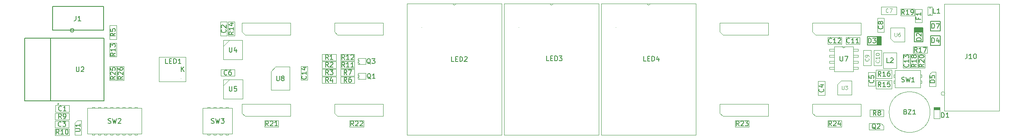
<source format=gbr>
%TF.GenerationSoftware,KiCad,Pcbnew,(5.1.8)-1*%
%TF.CreationDate,2022-08-16T10:20:34+02:00*%
%TF.ProjectId,Hardware,48617264-7761-4726-952e-6b696361645f,rev?*%
%TF.SameCoordinates,Original*%
%TF.FileFunction,Other,Fab,Top*%
%FSLAX46Y46*%
G04 Gerber Fmt 4.6, Leading zero omitted, Abs format (unit mm)*
G04 Created by KiCad (PCBNEW (5.1.8)-1) date 2022-08-16 10:20:34*
%MOMM*%
%LPD*%
G01*
G04 APERTURE LIST*
%ADD10C,0.100000*%
%ADD11C,0.120000*%
%ADD12C,0.150000*%
%ADD13C,0.152400*%
%ADD14C,0.200000*%
%ADD15C,0.127000*%
%ADD16C,0.110000*%
G04 APERTURE END LIST*
D10*
%TO.C,D1*%
G36*
X209550000Y-118362500D02*
G01*
X209550000Y-117791000D01*
X210820000Y-117791000D01*
X210820000Y-118362500D01*
X209550000Y-118362500D01*
G37*
X209550000Y-118362500D02*
X209550000Y-117791000D01*
X210820000Y-117791000D01*
X210820000Y-118362500D01*
X209550000Y-118362500D01*
X209550000Y-120204000D02*
X209550000Y-117791000D01*
X209550000Y-117791000D02*
X210820000Y-117791000D01*
X210820000Y-117791000D02*
X210820000Y-120204000D01*
X210820000Y-120204000D02*
X209550000Y-120204000D01*
%TO.C,F1*%
X205676500Y-97129500D02*
X207073500Y-97129500D01*
X207073500Y-97129500D02*
X207073500Y-99987000D01*
X207073500Y-99987000D02*
X205676500Y-99987000D01*
X205676500Y-99987000D02*
X205676500Y-97129500D01*
%TO.C,R16*%
X197461500Y-111696500D02*
X197461500Y-109918500D01*
X197461500Y-109918500D02*
X200763500Y-109918500D01*
X200763500Y-109918500D02*
X200763500Y-111696500D01*
X200763500Y-111696500D02*
X197461500Y-111696500D01*
%TO.C,R15*%
X200763500Y-112141000D02*
X200763500Y-113919000D01*
X200763500Y-113919000D02*
X197461500Y-113919000D01*
X197461500Y-113919000D02*
X197461500Y-112141000D01*
X197461500Y-112141000D02*
X200763500Y-112141000D01*
%TO.C,D3*%
G36*
X197626500Y-102933500D02*
G01*
X198452000Y-102933500D01*
X198452000Y-104711500D01*
X197626500Y-104711500D01*
X197626500Y-102933500D01*
G37*
X197626500Y-102933500D02*
X198452000Y-102933500D01*
X198452000Y-104711500D01*
X197626500Y-104711500D01*
X197626500Y-102933500D01*
D11*
X198505000Y-104722500D02*
X197944000Y-104711500D01*
D12*
X195605000Y-102922500D02*
X198505000Y-102922500D01*
X195605000Y-104722500D02*
X195605000Y-102922500D01*
X198505000Y-104722500D02*
X195605000Y-104722500D01*
X198505000Y-102922500D02*
X198505000Y-104722500D01*
D10*
%TO.C,D2*%
G36*
X205486000Y-101966500D02*
G01*
X205486000Y-101141000D01*
X207264000Y-101141000D01*
X207264000Y-101966500D01*
X205486000Y-101966500D01*
G37*
X205486000Y-101966500D02*
X205486000Y-101141000D01*
X207264000Y-101141000D01*
X207264000Y-101966500D01*
X205486000Y-101966500D01*
D11*
X207275000Y-101088000D02*
X207264000Y-101649000D01*
D12*
X205475000Y-103988000D02*
X205475000Y-101088000D01*
X207275000Y-103988000D02*
X205475000Y-103988000D01*
X207275000Y-101088000D02*
X207275000Y-103988000D01*
X205475000Y-101088000D02*
X207275000Y-101088000D01*
D10*
%TO.C,SW1*%
X201366400Y-111506000D02*
X201366400Y-110998000D01*
X201366400Y-110998000D02*
X201125100Y-110998000D01*
X201125100Y-110998000D02*
X201125100Y-111506000D01*
X201125100Y-111506000D02*
X201366400Y-111506000D01*
X201366400Y-112776000D02*
X201366400Y-112268000D01*
X201366400Y-112268000D02*
X201125100Y-112268000D01*
X201125100Y-112268000D02*
X201125100Y-112776000D01*
X201125100Y-112776000D02*
X201366400Y-112776000D01*
X206776600Y-112268000D02*
X206776600Y-112776000D01*
X206776600Y-112776000D02*
X207017900Y-112776000D01*
X207017900Y-112776000D02*
X207017900Y-112268000D01*
X207017900Y-112268000D02*
X206776600Y-112268000D01*
X206776600Y-110998000D02*
X206776600Y-111506000D01*
X206776600Y-111506000D02*
X207017900Y-111506000D01*
X207017900Y-111506000D02*
X207017900Y-110998000D01*
X207017900Y-110998000D02*
X206776600Y-110998000D01*
X201366400Y-113697000D02*
X206776600Y-113697000D01*
X206776600Y-113697000D02*
X206776600Y-110042300D01*
X206776600Y-110042300D02*
X201366400Y-110042300D01*
X201366400Y-110042300D02*
X201366400Y-113697000D01*
%TO.C,LED1*%
X51968400Y-111740000D02*
G75*
G03*
X51968400Y-111740000I0J0D01*
G01*
X52959000Y-112443500D02*
X52959000Y-107236500D01*
X47371000Y-112443500D02*
X52959000Y-112443500D01*
X47371000Y-107236500D02*
X47371000Y-112443500D01*
X52959000Y-107236500D02*
X47371000Y-107236500D01*
%TO.C,SW3*%
X58039000Y-123436100D02*
X57531000Y-123436100D01*
X57531000Y-123436100D02*
X57531000Y-123677400D01*
X57531000Y-123677400D02*
X58039000Y-123677400D01*
X58039000Y-123677400D02*
X58039000Y-123436100D01*
X59309000Y-123436100D02*
X58801000Y-123436100D01*
X58801000Y-123436100D02*
X58801000Y-123677400D01*
X58801000Y-123677400D02*
X59309000Y-123677400D01*
X59309000Y-123677400D02*
X59309000Y-123436100D01*
X60579000Y-123436100D02*
X60071000Y-123436100D01*
X60071000Y-123436100D02*
X60071000Y-123677400D01*
X60071000Y-123677400D02*
X60579000Y-123677400D01*
X60579000Y-123677400D02*
X60579000Y-123436100D01*
X61849000Y-123436100D02*
X61341000Y-123436100D01*
X61341000Y-123436100D02*
X61341000Y-123677400D01*
X61341000Y-123677400D02*
X61849000Y-123677400D01*
X61849000Y-123677400D02*
X61849000Y-123436100D01*
X61341000Y-118025900D02*
X61849000Y-118025900D01*
X61849000Y-118025900D02*
X61849000Y-117784600D01*
X61849000Y-117784600D02*
X61341000Y-117784600D01*
X61341000Y-117784600D02*
X61341000Y-118025900D01*
X60071000Y-118025900D02*
X60579000Y-118025900D01*
X60579000Y-118025900D02*
X60579000Y-117784600D01*
X60579000Y-117784600D02*
X60071000Y-117784600D01*
X60071000Y-117784600D02*
X60071000Y-118025900D01*
X58801000Y-118025900D02*
X59309000Y-118025900D01*
X59309000Y-118025900D02*
X59309000Y-117784600D01*
X59309000Y-117784600D02*
X58801000Y-117784600D01*
X58801000Y-117784600D02*
X58801000Y-118025900D01*
X57531000Y-118025900D02*
X58039000Y-118025900D01*
X58039000Y-118025900D02*
X58039000Y-117784600D01*
X58039000Y-117784600D02*
X57531000Y-117784600D01*
X57531000Y-117784600D02*
X57531000Y-118025900D01*
X62730000Y-123436100D02*
X62730000Y-118025900D01*
X62730000Y-118025900D02*
X56575300Y-118025900D01*
X56575300Y-118025900D02*
X56575300Y-123436100D01*
X56575300Y-123436100D02*
X62730000Y-123436100D01*
%TO.C,SW2*%
X32445300Y-123436100D02*
X43754700Y-123436100D01*
X32445300Y-118025900D02*
X32445300Y-123436100D01*
X43754700Y-118025900D02*
X32445300Y-118025900D01*
X43754700Y-123436100D02*
X43754700Y-118025900D01*
X33401000Y-117784600D02*
X33401000Y-118025900D01*
X33909000Y-117784600D02*
X33401000Y-117784600D01*
X33909000Y-118025900D02*
X33909000Y-117784600D01*
X33401000Y-118025900D02*
X33909000Y-118025900D01*
X34671000Y-117784600D02*
X34671000Y-118025900D01*
X35179000Y-117784600D02*
X34671000Y-117784600D01*
X35179000Y-118025900D02*
X35179000Y-117784600D01*
X34671000Y-118025900D02*
X35179000Y-118025900D01*
X35941000Y-117784600D02*
X35941000Y-118025900D01*
X36449000Y-117784600D02*
X35941000Y-117784600D01*
X36449000Y-118025900D02*
X36449000Y-117784600D01*
X35941000Y-118025900D02*
X36449000Y-118025900D01*
X37211000Y-117784600D02*
X37211000Y-118025900D01*
X37719000Y-117784600D02*
X37211000Y-117784600D01*
X37719000Y-118025900D02*
X37719000Y-117784600D01*
X37211000Y-118025900D02*
X37719000Y-118025900D01*
X38481000Y-117784600D02*
X38481000Y-118025900D01*
X38989000Y-117784600D02*
X38481000Y-117784600D01*
X38989000Y-118025900D02*
X38989000Y-117784600D01*
X38481000Y-118025900D02*
X38989000Y-118025900D01*
X39751000Y-117784600D02*
X39751000Y-118025900D01*
X40259000Y-117784600D02*
X39751000Y-117784600D01*
X40259000Y-118025900D02*
X40259000Y-117784600D01*
X39751000Y-118025900D02*
X40259000Y-118025900D01*
X41021000Y-117784600D02*
X41021000Y-118025900D01*
X41529000Y-117784600D02*
X41021000Y-117784600D01*
X41529000Y-118025900D02*
X41529000Y-117784600D01*
X41021000Y-118025900D02*
X41529000Y-118025900D01*
X42291000Y-117784600D02*
X42291000Y-118025900D01*
X42799000Y-117784600D02*
X42291000Y-117784600D01*
X42799000Y-118025900D02*
X42799000Y-117784600D01*
X42291000Y-118025900D02*
X42799000Y-118025900D01*
X42799000Y-123677400D02*
X42799000Y-123436100D01*
X42291000Y-123677400D02*
X42799000Y-123677400D01*
X42291000Y-123436100D02*
X42291000Y-123677400D01*
X42799000Y-123436100D02*
X42291000Y-123436100D01*
X41529000Y-123677400D02*
X41529000Y-123436100D01*
X41021000Y-123677400D02*
X41529000Y-123677400D01*
X41021000Y-123436100D02*
X41021000Y-123677400D01*
X41529000Y-123436100D02*
X41021000Y-123436100D01*
X40259000Y-123677400D02*
X40259000Y-123436100D01*
X39751000Y-123677400D02*
X40259000Y-123677400D01*
X39751000Y-123436100D02*
X39751000Y-123677400D01*
X40259000Y-123436100D02*
X39751000Y-123436100D01*
X38989000Y-123677400D02*
X38989000Y-123436100D01*
X38481000Y-123677400D02*
X38989000Y-123677400D01*
X38481000Y-123436100D02*
X38481000Y-123677400D01*
X38989000Y-123436100D02*
X38481000Y-123436100D01*
X37719000Y-123677400D02*
X37719000Y-123436100D01*
X37211000Y-123677400D02*
X37719000Y-123677400D01*
X37211000Y-123436100D02*
X37211000Y-123677400D01*
X37719000Y-123436100D02*
X37211000Y-123436100D01*
X36449000Y-123677400D02*
X36449000Y-123436100D01*
X35941000Y-123677400D02*
X36449000Y-123677400D01*
X35941000Y-123436100D02*
X35941000Y-123677400D01*
X36449000Y-123436100D02*
X35941000Y-123436100D01*
X35179000Y-123677400D02*
X35179000Y-123436100D01*
X34671000Y-123677400D02*
X35179000Y-123677400D01*
X34671000Y-123436100D02*
X34671000Y-123677400D01*
X35179000Y-123436100D02*
X34671000Y-123436100D01*
X33909000Y-123677400D02*
X33909000Y-123436100D01*
X33401000Y-123677400D02*
X33909000Y-123677400D01*
X33401000Y-123436100D02*
X33401000Y-123677400D01*
X33909000Y-123436100D02*
X33401000Y-123436100D01*
%TO.C,R26*%
X40068500Y-112140500D02*
X38671500Y-112140500D01*
X38671500Y-112140500D02*
X38671500Y-109219500D01*
X38671500Y-109219500D02*
X40068500Y-109219500D01*
X40068500Y-109219500D02*
X40068500Y-112140500D01*
%TO.C,R25*%
X38481000Y-112140500D02*
X37084000Y-112140500D01*
X37084000Y-112140500D02*
X37084000Y-109219500D01*
X37084000Y-109219500D02*
X38481000Y-109219500D01*
X38481000Y-109219500D02*
X38481000Y-112140500D01*
%TO.C,R24*%
X190245500Y-120586500D02*
X190245500Y-121983500D01*
X190245500Y-121983500D02*
X187324500Y-121983500D01*
X187324500Y-121983500D02*
X187324500Y-120586500D01*
X187324500Y-120586500D02*
X190245500Y-120586500D01*
%TO.C,R23*%
X170878000Y-120586500D02*
X170878000Y-121983500D01*
X170878000Y-121983500D02*
X167957000Y-121983500D01*
X167957000Y-121983500D02*
X167957000Y-120586500D01*
X167957000Y-120586500D02*
X170878000Y-120586500D01*
%TO.C,R22*%
X90233000Y-120586500D02*
X90233000Y-121983500D01*
X90233000Y-121983500D02*
X87312000Y-121983500D01*
X87312000Y-121983500D02*
X87312000Y-120586500D01*
X87312000Y-120586500D02*
X90233000Y-120586500D01*
%TO.C,R21*%
X72390500Y-120586500D02*
X72390500Y-121983500D01*
X72390500Y-121983500D02*
X69469500Y-121983500D01*
X69469500Y-121983500D02*
X69469500Y-120586500D01*
X69469500Y-120586500D02*
X72390500Y-120586500D01*
%TO.C,R10*%
X28574500Y-122364500D02*
X28574500Y-123761500D01*
X28574500Y-123761500D02*
X25653500Y-123761500D01*
X25653500Y-123761500D02*
X25653500Y-122364500D01*
X25653500Y-122364500D02*
X28574500Y-122364500D01*
%TO.C,R5*%
X38481000Y-103505500D02*
X37084000Y-103505500D01*
X37084000Y-103505500D02*
X37084000Y-100584500D01*
X37084000Y-100584500D02*
X38481000Y-100584500D01*
X38481000Y-100584500D02*
X38481000Y-103505500D01*
%TO.C,R13*%
X37084000Y-104267000D02*
X38481000Y-104267000D01*
X38481000Y-104267000D02*
X38481000Y-107188000D01*
X38481000Y-107188000D02*
X37084000Y-107188000D01*
X37084000Y-107188000D02*
X37084000Y-104267000D01*
%TO.C,R20*%
X206311500Y-106616000D02*
X207708500Y-106616000D01*
X207708500Y-106616000D02*
X207708500Y-109537000D01*
X207708500Y-109537000D02*
X206311500Y-109537000D01*
X206311500Y-109537000D02*
X206311500Y-106616000D01*
%TO.C,R19*%
X202564500Y-98488500D02*
X202564500Y-97091500D01*
X202564500Y-97091500D02*
X205485500Y-97091500D01*
X205485500Y-97091500D02*
X205485500Y-98488500D01*
X205485500Y-98488500D02*
X202564500Y-98488500D01*
%TO.C,R18*%
X206121000Y-109538000D02*
X204724000Y-109538000D01*
X204724000Y-109538000D02*
X204724000Y-106617000D01*
X204724000Y-106617000D02*
X206121000Y-106617000D01*
X206121000Y-106617000D02*
X206121000Y-109538000D01*
%TO.C,R17*%
X205232000Y-106426000D02*
X205232000Y-105029000D01*
X205232000Y-105029000D02*
X208153000Y-105029000D01*
X208153000Y-105029000D02*
X208153000Y-106426000D01*
X208153000Y-106426000D02*
X205232000Y-106426000D01*
%TO.C,R14*%
X63246000Y-102743500D02*
X61849000Y-102743500D01*
X61849000Y-102743500D02*
X61849000Y-99822500D01*
X61849000Y-99822500D02*
X63246000Y-99822500D01*
X63246000Y-99822500D02*
X63246000Y-102743500D01*
%TO.C,R12*%
X85407000Y-108013500D02*
X85407000Y-106616500D01*
X85407000Y-106616500D02*
X88328000Y-106616500D01*
X88328000Y-106616500D02*
X88328000Y-108013500D01*
X88328000Y-108013500D02*
X85407000Y-108013500D01*
%TO.C,R11*%
X85407000Y-109601000D02*
X85407000Y-108204000D01*
X85407000Y-108204000D02*
X88328000Y-108204000D01*
X88328000Y-108204000D02*
X88328000Y-109601000D01*
X88328000Y-109601000D02*
X85407000Y-109601000D01*
%TO.C,R9*%
X28574500Y-119062500D02*
X28574500Y-120459500D01*
X28574500Y-120459500D02*
X25653500Y-120459500D01*
X25653500Y-120459500D02*
X25653500Y-119062500D01*
X25653500Y-119062500D02*
X28574500Y-119062500D01*
%TO.C,R8*%
X196152000Y-119761000D02*
X196152000Y-118364000D01*
X196152000Y-118364000D02*
X199073000Y-118364000D01*
X199073000Y-118364000D02*
X199073000Y-119761000D01*
X199073000Y-119761000D02*
X196152000Y-119761000D01*
%TO.C,R7*%
X85407000Y-111188500D02*
X85407000Y-109791500D01*
X85407000Y-109791500D02*
X88328000Y-109791500D01*
X88328000Y-109791500D02*
X88328000Y-111188500D01*
X88328000Y-111188500D02*
X85407000Y-111188500D01*
%TO.C,R6*%
X85407000Y-112776000D02*
X85407000Y-111379000D01*
X85407000Y-111379000D02*
X88328000Y-111379000D01*
X88328000Y-111379000D02*
X88328000Y-112776000D01*
X88328000Y-112776000D02*
X85407000Y-112776000D01*
%TO.C,R4*%
X81534500Y-112776000D02*
X81534500Y-111379000D01*
X81534500Y-111379000D02*
X84455500Y-111379000D01*
X84455500Y-111379000D02*
X84455500Y-112776000D01*
X84455500Y-112776000D02*
X81534500Y-112776000D01*
%TO.C,R3*%
X81534500Y-111188500D02*
X81534500Y-109791500D01*
X81534500Y-109791500D02*
X84455500Y-109791500D01*
X84455500Y-109791500D02*
X84455500Y-111188500D01*
X84455500Y-111188500D02*
X81534500Y-111188500D01*
%TO.C,R2*%
X81534500Y-109601000D02*
X81534500Y-108204000D01*
X81534500Y-108204000D02*
X84455500Y-108204000D01*
X84455500Y-108204000D02*
X84455500Y-109601000D01*
X84455500Y-109601000D02*
X81534500Y-109601000D01*
%TO.C,R1*%
X81534500Y-108013500D02*
X81534500Y-106616500D01*
X81534500Y-106616500D02*
X84455500Y-106616500D01*
X84455500Y-106616500D02*
X84455500Y-108013500D01*
X84455500Y-108013500D02*
X81534500Y-108013500D01*
%TO.C,C14*%
X77089000Y-109169500D02*
X78486000Y-109169500D01*
X78486000Y-109169500D02*
X78486000Y-112090500D01*
X78486000Y-112090500D02*
X77089000Y-112090500D01*
X77089000Y-112090500D02*
X77089000Y-109169500D01*
%TO.C,C12*%
X187338000Y-104521000D02*
X187338000Y-103124000D01*
X187338000Y-103124000D02*
X190259000Y-103124000D01*
X190259000Y-103124000D02*
X190259000Y-104521000D01*
X190259000Y-104521000D02*
X187338000Y-104521000D01*
%TO.C,C11*%
X194043000Y-103124000D02*
X194043000Y-104521000D01*
X194043000Y-104521000D02*
X191122000Y-104521000D01*
X191122000Y-104521000D02*
X191122000Y-103124000D01*
X191122000Y-103124000D02*
X194043000Y-103124000D01*
%TO.C,C6*%
X63233000Y-109855000D02*
X63233000Y-111252000D01*
X63233000Y-111252000D02*
X60312000Y-111252000D01*
X60312000Y-111252000D02*
X60312000Y-109855000D01*
X60312000Y-109855000D02*
X63233000Y-109855000D01*
%TO.C,C5*%
X195834000Y-110439500D02*
X197231000Y-110439500D01*
X197231000Y-110439500D02*
X197231000Y-113360500D01*
X197231000Y-113360500D02*
X195834000Y-113360500D01*
X195834000Y-113360500D02*
X195834000Y-110439500D01*
%TO.C,C4*%
X186753500Y-115265500D02*
X185356500Y-115265500D01*
X185356500Y-115265500D02*
X185356500Y-112344500D01*
X185356500Y-112344500D02*
X186753500Y-112344500D01*
X186753500Y-112344500D02*
X186753500Y-115265500D01*
%TO.C,C13*%
X203136500Y-106629500D02*
X204533500Y-106629500D01*
X204533500Y-106629500D02*
X204533500Y-109550500D01*
X204533500Y-109550500D02*
X203136500Y-109550500D01*
X203136500Y-109550500D02*
X203136500Y-106629500D01*
%TO.C,C8*%
X197739000Y-99047000D02*
X199136000Y-99047000D01*
X199136000Y-99047000D02*
X199136000Y-101968000D01*
X199136000Y-101968000D02*
X197739000Y-101968000D01*
X197739000Y-101968000D02*
X197739000Y-99047000D01*
%TO.C,C3*%
X25603500Y-122110500D02*
X25603500Y-120713500D01*
X25603500Y-120713500D02*
X28524500Y-120713500D01*
X28524500Y-120713500D02*
X28524500Y-122110500D01*
X28524500Y-122110500D02*
X25603500Y-122110500D01*
%TO.C,C2*%
X61658500Y-102743000D02*
X60261500Y-102743000D01*
X60261500Y-102743000D02*
X60261500Y-99822000D01*
X60261500Y-99822000D02*
X61658500Y-99822000D01*
X61658500Y-99822000D02*
X61658500Y-102743000D01*
%TO.C,C1*%
X28625500Y-117411500D02*
X28625500Y-118808500D01*
X28625500Y-118808500D02*
X25704500Y-118808500D01*
X25704500Y-118808500D02*
X25704500Y-117411500D01*
X25704500Y-117411500D02*
X28625500Y-117411500D01*
D11*
%TO.C,BZ1*%
X208754721Y-118840000D02*
G75*
G03*
X208754721Y-118840000I-4284721J0D01*
G01*
%TO.C,L2*%
X201739500Y-106326500D02*
X201739500Y-109628500D01*
X198945500Y-106326500D02*
X201739500Y-106326500D01*
X198945500Y-109628500D02*
X198945500Y-106326500D01*
X201739500Y-109628500D02*
X198945500Y-109628500D01*
D10*
%TO.C,U5*%
X60820800Y-111936300D02*
X60820800Y-116025700D01*
X64910200Y-111936300D02*
X60820800Y-111936300D01*
X64910200Y-116025700D02*
X64910200Y-111936300D01*
X60820800Y-116025700D02*
X64910200Y-116025700D01*
X64910200Y-112578600D02*
X64910200Y-112578600D01*
X64910200Y-112883400D02*
X64910200Y-112578600D01*
X64910200Y-112883400D02*
X64910200Y-112883400D01*
X64910200Y-112578600D02*
X64910200Y-112883400D01*
X64910200Y-113078600D02*
X64910200Y-113078600D01*
X64910200Y-113383400D02*
X64910200Y-113078600D01*
X64910200Y-113383400D02*
X64910200Y-113383400D01*
X64910200Y-113078600D02*
X64910200Y-113383400D01*
X64910200Y-113578600D02*
X64910200Y-113578600D01*
X64910200Y-113883400D02*
X64910200Y-113578600D01*
X64910200Y-113883400D02*
X64910200Y-113883400D01*
X64910200Y-113578600D02*
X64910200Y-113883400D01*
X64910200Y-114078600D02*
X64910200Y-114078600D01*
X64910200Y-114383400D02*
X64910200Y-114078600D01*
X64910200Y-114383400D02*
X64910200Y-114383400D01*
X64910200Y-114078600D02*
X64910200Y-114383400D01*
X64910200Y-114578600D02*
X64910200Y-114578600D01*
X64910200Y-114883400D02*
X64910200Y-114578600D01*
X64910200Y-114883400D02*
X64910200Y-114883400D01*
X64910200Y-114578600D02*
X64910200Y-114883400D01*
X64910200Y-115078600D02*
X64910200Y-115078600D01*
X64910200Y-115383400D02*
X64910200Y-115078600D01*
X64910200Y-115383400D02*
X64910200Y-115383400D01*
X64910200Y-115078600D02*
X64910200Y-115383400D01*
X64267900Y-116025700D02*
X64267900Y-116025700D01*
X63963100Y-116025700D02*
X64267900Y-116025700D01*
X63963100Y-116025700D02*
X63963100Y-116025700D01*
X64267900Y-116025700D02*
X63963100Y-116025700D01*
X63767900Y-116025700D02*
X63767900Y-116025700D01*
X63463100Y-116025700D02*
X63767900Y-116025700D01*
X63463100Y-116025700D02*
X63463100Y-116025700D01*
X63767900Y-116025700D02*
X63463100Y-116025700D01*
X63267900Y-116025700D02*
X63267900Y-116025700D01*
X62963100Y-116025700D02*
X63267900Y-116025700D01*
X62963100Y-116025700D02*
X62963100Y-116025700D01*
X63267900Y-116025700D02*
X62963100Y-116025700D01*
X62767900Y-116025700D02*
X62767900Y-116025700D01*
X62463100Y-116025700D02*
X62767900Y-116025700D01*
X62463100Y-116025700D02*
X62463100Y-116025700D01*
X62767900Y-116025700D02*
X62463100Y-116025700D01*
X62267900Y-116025700D02*
X62267900Y-116025700D01*
X61963100Y-116025700D02*
X62267900Y-116025700D01*
X61963100Y-116025700D02*
X61963100Y-116025700D01*
X62267900Y-116025700D02*
X61963100Y-116025700D01*
X61767900Y-116025700D02*
X61767900Y-116025700D01*
X61463100Y-116025700D02*
X61767900Y-116025700D01*
X61463100Y-116025700D02*
X61463100Y-116025700D01*
X61767900Y-116025700D02*
X61463100Y-116025700D01*
X60820800Y-115383400D02*
X60820800Y-115383400D01*
X60820800Y-115078600D02*
X60820800Y-115383400D01*
X60820800Y-115078600D02*
X60820800Y-115078600D01*
X60820800Y-115383400D02*
X60820800Y-115078600D01*
X60820800Y-114883400D02*
X60820800Y-114883400D01*
X60820800Y-114578600D02*
X60820800Y-114883400D01*
X60820800Y-114578600D02*
X60820800Y-114578600D01*
X60820800Y-114883400D02*
X60820800Y-114578600D01*
X60820800Y-114383400D02*
X60820800Y-114383400D01*
X60820800Y-114078600D02*
X60820800Y-114383400D01*
X60820800Y-114078600D02*
X60820800Y-114078600D01*
X60820800Y-114383400D02*
X60820800Y-114078600D01*
X60820800Y-113883400D02*
X60820800Y-113883400D01*
X60820800Y-113578600D02*
X60820800Y-113883400D01*
X60820800Y-113578600D02*
X60820800Y-113578600D01*
X60820800Y-113883400D02*
X60820800Y-113578600D01*
X60820800Y-113383400D02*
X60820800Y-113383400D01*
X60820800Y-113078600D02*
X60820800Y-113383400D01*
X60820800Y-113078600D02*
X60820800Y-113078600D01*
X60820800Y-113383400D02*
X60820800Y-113078600D01*
X60820800Y-112883400D02*
X60820800Y-112883400D01*
X60820800Y-112578600D02*
X60820800Y-112883400D01*
X60820800Y-112578600D02*
X60820800Y-112578600D01*
X60820800Y-112883400D02*
X60820800Y-112578600D01*
X61463100Y-111936300D02*
X61463100Y-111936300D01*
X61767900Y-111936300D02*
X61463100Y-111936300D01*
X61767900Y-111936300D02*
X61767900Y-111936300D01*
X61463100Y-111936300D02*
X61767900Y-111936300D01*
X61963100Y-111936300D02*
X61963100Y-111936300D01*
X62267900Y-111936300D02*
X61963100Y-111936300D01*
X62267900Y-111936300D02*
X62267900Y-111936300D01*
X61963100Y-111936300D02*
X62267900Y-111936300D01*
X62463100Y-111936300D02*
X62463100Y-111936300D01*
X62767900Y-111936300D02*
X62463100Y-111936300D01*
X62767900Y-111936300D02*
X62767900Y-111936300D01*
X62463100Y-111936300D02*
X62767900Y-111936300D01*
X62963100Y-111936300D02*
X62963100Y-111936300D01*
X63267900Y-111936300D02*
X62963100Y-111936300D01*
X63267900Y-111936300D02*
X63267900Y-111936300D01*
X62963100Y-111936300D02*
X63267900Y-111936300D01*
X63463100Y-111936300D02*
X63463100Y-111936300D01*
X63767900Y-111936300D02*
X63463100Y-111936300D01*
X63767900Y-111936300D02*
X63767900Y-111936300D01*
X63463100Y-111936300D02*
X63767900Y-111936300D01*
X63963100Y-111936300D02*
X63963100Y-111936300D01*
X64267900Y-111936300D02*
X63963100Y-111936300D01*
X64267900Y-111936300D02*
X64267900Y-111936300D01*
X63963100Y-111936300D02*
X64267900Y-111936300D01*
X60820800Y-113206300D02*
X62090800Y-111936300D01*
%TO.C,LED4*%
X139940000Y-123698000D02*
X159740000Y-123698000D01*
X159740000Y-123698000D02*
X159740000Y-95986600D01*
X159740000Y-95986600D02*
X139940000Y-95986600D01*
X139940000Y-95986600D02*
X139940000Y-123698000D01*
X142989300Y-100965000D02*
G75*
G03*
X142989300Y-100965000I0J0D01*
G01*
X150164800Y-95986600D02*
G75*
G02*
X149555200Y-95986600I-304800J0D01*
G01*
%TO.C,LED3*%
X119620000Y-123698000D02*
X139420000Y-123698000D01*
X139420000Y-123698000D02*
X139420000Y-95986600D01*
X139420000Y-95986600D02*
X119620000Y-95986600D01*
X119620000Y-95986600D02*
X119620000Y-123698000D01*
X122669300Y-100965000D02*
G75*
G03*
X122669300Y-100965000I0J0D01*
G01*
X129844800Y-95986600D02*
G75*
G02*
X129235200Y-95986600I-304800J0D01*
G01*
%TO.C,LED2*%
X99300000Y-123698000D02*
X119100000Y-123698000D01*
X119100000Y-123698000D02*
X119100000Y-95986600D01*
X119100000Y-95986600D02*
X99300000Y-95986600D01*
X99300000Y-95986600D02*
X99300000Y-123698000D01*
X102349300Y-100965000D02*
G75*
G03*
X102349300Y-100965000I0J0D01*
G01*
X109524800Y-95986600D02*
G75*
G02*
X108915200Y-95986600I-304800J0D01*
G01*
%TO.C,L1*%
X208412000Y-98321000D02*
G75*
G03*
X208412000Y-98321000I0J0D01*
G01*
X208292100Y-98397200D02*
X209231900Y-98397200D01*
X208292100Y-96695400D02*
X208292100Y-98397200D01*
X209231900Y-96695400D02*
X208292100Y-96695400D01*
X209231900Y-98397200D02*
X209231900Y-96695400D01*
X208635000Y-96695400D02*
X208635000Y-96949400D01*
X208889000Y-96695400D02*
X208635000Y-96695400D01*
X208889000Y-96949400D02*
X208889000Y-96695400D01*
X208635000Y-96949400D02*
X208889000Y-96949400D01*
X208889000Y-98397200D02*
X208889000Y-98143200D01*
X208635000Y-98397200D02*
X208889000Y-98397200D01*
X208635000Y-98143200D02*
X208635000Y-98397200D01*
X208889000Y-98143200D02*
X208635000Y-98143200D01*
%TO.C,U3*%
X190131000Y-112221000D02*
X192381000Y-112221000D01*
X192381000Y-112221000D02*
X192381000Y-115221000D01*
X192381000Y-115221000D02*
X189381000Y-115221000D01*
X189381000Y-115221000D02*
X189381000Y-112971000D01*
X189381000Y-112971000D02*
X190131000Y-112221000D01*
%TO.C,U6*%
X200430000Y-103302500D02*
X200430000Y-101052500D01*
X200430000Y-101052500D02*
X203430000Y-101052500D01*
X203430000Y-101052500D02*
X203430000Y-104052500D01*
X203430000Y-104052500D02*
X201180000Y-104052500D01*
X201180000Y-104052500D02*
X200430000Y-103302500D01*
%TO.C,D5*%
X208580000Y-113404500D02*
X209980000Y-113404500D01*
X209980000Y-110364500D02*
X209980000Y-113404500D01*
X208580000Y-110934500D02*
X209130000Y-110364500D01*
X209130000Y-110364500D02*
X209980000Y-110364500D01*
X208580000Y-110934500D02*
X208580000Y-113384500D01*
%TO.C,U8*%
X71797500Y-109310000D02*
X74722500Y-109310000D01*
X74722500Y-109310000D02*
X74722500Y-114210000D01*
X74722500Y-114210000D02*
X70822500Y-114210000D01*
X70822500Y-114210000D02*
X70822500Y-110285000D01*
X70822500Y-110285000D02*
X71797500Y-109310000D01*
D13*
%TO.C,J1*%
X25146000Y-101561900D02*
X35775900Y-101561900D01*
X35814000Y-101561900D02*
X35814000Y-96558100D01*
X35788600Y-96558100D02*
X25146000Y-96558100D01*
X25146000Y-96558100D02*
X25146000Y-101561900D01*
X29591000Y-101600000D02*
G75*
G03*
X29591000Y-101600000I-381000J0D01*
G01*
D10*
%TO.C,J10*%
X211836000Y-114935000D02*
G75*
G03*
X211836000Y-114935000I-381000J0D01*
G01*
X211710000Y-118579900D02*
X223260000Y-118579900D01*
X211710000Y-96050100D02*
X211710000Y-118579900D01*
X223260000Y-96050100D02*
X211710000Y-96050100D01*
X223260000Y-118579900D02*
X223260000Y-96050100D01*
D14*
%TO.C,D7*%
X210867500Y-99715000D02*
X208867500Y-99715000D01*
X208867500Y-99715000D02*
X208867500Y-101715000D01*
X208867500Y-101715000D02*
X210867500Y-101715000D01*
X210867500Y-101715000D02*
X210867500Y-99715000D01*
%TO.C,D4*%
X208867500Y-104755000D02*
X210867500Y-104755000D01*
X210867500Y-104755000D02*
X210867500Y-102755000D01*
X210867500Y-102755000D02*
X208867500Y-102755000D01*
X208867500Y-102755000D02*
X208867500Y-104755000D01*
D10*
%TO.C,J9*%
X184785000Y-102552500D02*
X184150000Y-101917500D01*
X194310000Y-102552500D02*
X184785000Y-102552500D01*
X194310000Y-100012500D02*
X194310000Y-102552500D01*
X184150000Y-100012500D02*
X194310000Y-100012500D01*
X184150000Y-101917500D02*
X184150000Y-100012500D01*
%TO.C,J8*%
X184785000Y-119697500D02*
X184150000Y-119062500D01*
X194310000Y-119697500D02*
X184785000Y-119697500D01*
X194310000Y-117157500D02*
X194310000Y-119697500D01*
X184150000Y-117157500D02*
X194310000Y-117157500D01*
X184150000Y-119062500D02*
X184150000Y-117157500D01*
%TO.C,J7*%
X165417500Y-102552500D02*
X164782500Y-101917500D01*
X174942500Y-102552500D02*
X165417500Y-102552500D01*
X174942500Y-100012500D02*
X174942500Y-102552500D01*
X164782500Y-100012500D02*
X174942500Y-100012500D01*
X164782500Y-101917500D02*
X164782500Y-100012500D01*
%TO.C,J6*%
X165417500Y-119697500D02*
X164782500Y-119062500D01*
X174942500Y-119697500D02*
X165417500Y-119697500D01*
X174942500Y-117157500D02*
X174942500Y-119697500D01*
X164782500Y-117157500D02*
X174942500Y-117157500D01*
X164782500Y-119062500D02*
X164782500Y-117157500D01*
%TO.C,J5*%
X84772500Y-102552500D02*
X84137500Y-101917500D01*
X94297500Y-102552500D02*
X84772500Y-102552500D01*
X94297500Y-100012500D02*
X94297500Y-102552500D01*
X84137500Y-100012500D02*
X94297500Y-100012500D01*
X84137500Y-101917500D02*
X84137500Y-100012500D01*
%TO.C,J4*%
X84772500Y-119697500D02*
X84137500Y-119062500D01*
X94297500Y-119697500D02*
X84772500Y-119697500D01*
X94297500Y-117157500D02*
X94297500Y-119697500D01*
X84137500Y-117157500D02*
X94297500Y-117157500D01*
X84137500Y-119062500D02*
X84137500Y-117157500D01*
%TO.C,J3*%
X65405000Y-102552500D02*
X64770000Y-101917500D01*
X74930000Y-102552500D02*
X65405000Y-102552500D01*
X74930000Y-100012500D02*
X74930000Y-102552500D01*
X64770000Y-100012500D02*
X74930000Y-100012500D01*
X64770000Y-101917500D02*
X64770000Y-100012500D01*
%TO.C,J2*%
X65405000Y-119697500D02*
X64770000Y-119062500D01*
X74930000Y-119697500D02*
X65405000Y-119697500D01*
X74930000Y-117157500D02*
X74930000Y-119697500D01*
X64770000Y-117157500D02*
X74930000Y-117157500D01*
X64770000Y-119062500D02*
X64770000Y-117157500D01*
%TO.C,U7*%
X188734700Y-105003600D02*
X188734700Y-110261400D01*
X192646300Y-105003600D02*
X188734700Y-105003600D01*
X192646300Y-110261400D02*
X192646300Y-105003600D01*
X188734700Y-110261400D02*
X192646300Y-110261400D01*
X193687700Y-105511600D02*
X192646300Y-105511600D01*
X193687700Y-105943400D02*
X193687700Y-105511600D01*
X192646300Y-105943400D02*
X193687700Y-105943400D01*
X192646300Y-105511600D02*
X192646300Y-105943400D01*
X193687700Y-106781600D02*
X192646300Y-106781600D01*
X193687700Y-107213400D02*
X193687700Y-106781600D01*
X192646300Y-107213400D02*
X193687700Y-107213400D01*
X192646300Y-106781600D02*
X192646300Y-107213400D01*
X193687700Y-108051600D02*
X192646300Y-108051600D01*
X193687700Y-108483400D02*
X193687700Y-108051600D01*
X192646300Y-108483400D02*
X193687700Y-108483400D01*
X192646300Y-108051600D02*
X192646300Y-108483400D01*
X193687700Y-109321600D02*
X192646300Y-109321600D01*
X193687700Y-109753400D02*
X193687700Y-109321600D01*
X192646300Y-109753400D02*
X193687700Y-109753400D01*
X192646300Y-109321600D02*
X192646300Y-109753400D01*
X187693300Y-109753400D02*
X188734700Y-109753400D01*
X187693300Y-109321600D02*
X187693300Y-109753400D01*
X188734700Y-109321600D02*
X187693300Y-109321600D01*
X188734700Y-109753400D02*
X188734700Y-109321600D01*
X187693300Y-108483400D02*
X188734700Y-108483400D01*
X187693300Y-108051600D02*
X187693300Y-108483400D01*
X188734700Y-108051600D02*
X187693300Y-108051600D01*
X188734700Y-108483400D02*
X188734700Y-108051600D01*
X187693300Y-107213400D02*
X188734700Y-107213400D01*
X187693300Y-106781600D02*
X187693300Y-107213400D01*
X188734700Y-106781600D02*
X187693300Y-106781600D01*
X188734700Y-107213400D02*
X188734700Y-106781600D01*
X187693300Y-105943400D02*
X188734700Y-105943400D01*
X187693300Y-105511600D02*
X187693300Y-105943400D01*
X188734700Y-105511600D02*
X187693300Y-105511600D01*
X188734700Y-105943400D02*
X188734700Y-105511600D01*
X190995300Y-105003600D02*
G75*
G02*
X190385700Y-105003600I-304800J0D01*
G01*
%TO.C,C10*%
X198602500Y-109027500D02*
X197002500Y-109027500D01*
X197002500Y-109027500D02*
X197002500Y-105827500D01*
X197002500Y-105827500D02*
X198602500Y-105827500D01*
X198602500Y-105827500D02*
X198602500Y-109027500D01*
%TO.C,U1*%
X29764000Y-123633000D02*
X31164000Y-123633000D01*
X31164000Y-120593000D02*
X31164000Y-123633000D01*
X29764000Y-121163000D02*
X30314000Y-120593000D01*
X30314000Y-120593000D02*
X31164000Y-120593000D01*
X29764000Y-121163000D02*
X29764000Y-123613000D01*
%TO.C,Q3*%
X90690700Y-108750100D02*
X90690700Y-107454700D01*
X90690700Y-107454700D02*
X89014300Y-107454700D01*
X89014300Y-107454700D02*
X89014300Y-108750100D01*
X89014300Y-108750100D02*
X90690700Y-108750100D01*
X89428700Y-108635800D02*
G75*
G03*
X89428700Y-108635800I-76200J0D01*
G01*
X89014300Y-107797600D02*
G75*
G02*
X89014300Y-108407200I0J-304800D01*
G01*
%TO.C,Q1*%
X90690700Y-111925100D02*
X90690700Y-110629700D01*
X90690700Y-110629700D02*
X89014300Y-110629700D01*
X89014300Y-110629700D02*
X89014300Y-111925100D01*
X89014300Y-111925100D02*
X90690700Y-111925100D01*
X89428700Y-111810800D02*
G75*
G03*
X89428700Y-111810800I-76200J0D01*
G01*
X89014300Y-110972600D02*
G75*
G02*
X89014300Y-111582200I0J-304800D01*
G01*
%TO.C,U4*%
X60858400Y-104990900D02*
X62128400Y-103720900D01*
X63962600Y-103720900D02*
X64267400Y-103720900D01*
X64267400Y-103720900D02*
X64267400Y-103720900D01*
X64267400Y-103720900D02*
X63962600Y-103720900D01*
X63962600Y-103720900D02*
X63962600Y-103720900D01*
X63462600Y-103720900D02*
X63767400Y-103720900D01*
X63767400Y-103720900D02*
X63767400Y-103720900D01*
X63767400Y-103720900D02*
X63462600Y-103720900D01*
X63462600Y-103720900D02*
X63462600Y-103720900D01*
X62962600Y-103720900D02*
X63267400Y-103720900D01*
X63267400Y-103720900D02*
X63267400Y-103720900D01*
X63267400Y-103720900D02*
X62962600Y-103720900D01*
X62962600Y-103720900D02*
X62962600Y-103720900D01*
X62462600Y-103720900D02*
X62767400Y-103720900D01*
X62767400Y-103720900D02*
X62767400Y-103720900D01*
X62767400Y-103720900D02*
X62462600Y-103720900D01*
X62462600Y-103720900D02*
X62462600Y-103720900D01*
X61962600Y-103720900D02*
X62267400Y-103720900D01*
X62267400Y-103720900D02*
X62267400Y-103720900D01*
X62267400Y-103720900D02*
X61962600Y-103720900D01*
X61962600Y-103720900D02*
X61962600Y-103720900D01*
X61462600Y-103720900D02*
X61767400Y-103720900D01*
X61767400Y-103720900D02*
X61767400Y-103720900D01*
X61767400Y-103720900D02*
X61462600Y-103720900D01*
X61462600Y-103720900D02*
X61462600Y-103720900D01*
X60858400Y-104629900D02*
X60858400Y-104325100D01*
X60858400Y-104325100D02*
X60858400Y-104325100D01*
X60858400Y-104325100D02*
X60858400Y-104629900D01*
X60858400Y-104629900D02*
X60858400Y-104629900D01*
X60858400Y-105129900D02*
X60858400Y-104825100D01*
X60858400Y-104825100D02*
X60858400Y-104825100D01*
X60858400Y-104825100D02*
X60858400Y-105129900D01*
X60858400Y-105129900D02*
X60858400Y-105129900D01*
X60858400Y-105629900D02*
X60858400Y-105325100D01*
X60858400Y-105325100D02*
X60858400Y-105325100D01*
X60858400Y-105325100D02*
X60858400Y-105629900D01*
X60858400Y-105629900D02*
X60858400Y-105629900D01*
X60858400Y-106129900D02*
X60858400Y-105825100D01*
X60858400Y-105825100D02*
X60858400Y-105825100D01*
X60858400Y-105825100D02*
X60858400Y-106129900D01*
X60858400Y-106129900D02*
X60858400Y-106129900D01*
X60858400Y-106629900D02*
X60858400Y-106325100D01*
X60858400Y-106325100D02*
X60858400Y-106325100D01*
X60858400Y-106325100D02*
X60858400Y-106629900D01*
X60858400Y-106629900D02*
X60858400Y-106629900D01*
X60858400Y-107129900D02*
X60858400Y-106825100D01*
X60858400Y-106825100D02*
X60858400Y-106825100D01*
X60858400Y-106825100D02*
X60858400Y-107129900D01*
X60858400Y-107129900D02*
X60858400Y-107129900D01*
X61767400Y-107734100D02*
X61462600Y-107734100D01*
X61462600Y-107734100D02*
X61462600Y-107734100D01*
X61462600Y-107734100D02*
X61767400Y-107734100D01*
X61767400Y-107734100D02*
X61767400Y-107734100D01*
X62267400Y-107734100D02*
X61962600Y-107734100D01*
X61962600Y-107734100D02*
X61962600Y-107734100D01*
X61962600Y-107734100D02*
X62267400Y-107734100D01*
X62267400Y-107734100D02*
X62267400Y-107734100D01*
X62767400Y-107734100D02*
X62462600Y-107734100D01*
X62462600Y-107734100D02*
X62462600Y-107734100D01*
X62462600Y-107734100D02*
X62767400Y-107734100D01*
X62767400Y-107734100D02*
X62767400Y-107734100D01*
X63267400Y-107734100D02*
X62962600Y-107734100D01*
X62962600Y-107734100D02*
X62962600Y-107734100D01*
X62962600Y-107734100D02*
X63267400Y-107734100D01*
X63267400Y-107734100D02*
X63267400Y-107734100D01*
X63767400Y-107734100D02*
X63462600Y-107734100D01*
X63462600Y-107734100D02*
X63462600Y-107734100D01*
X63462600Y-107734100D02*
X63767400Y-107734100D01*
X63767400Y-107734100D02*
X63767400Y-107734100D01*
X64267400Y-107734100D02*
X63962600Y-107734100D01*
X63962600Y-107734100D02*
X63962600Y-107734100D01*
X63962600Y-107734100D02*
X64267400Y-107734100D01*
X64267400Y-107734100D02*
X64267400Y-107734100D01*
X64871600Y-106825100D02*
X64871600Y-107129900D01*
X64871600Y-107129900D02*
X64871600Y-107129900D01*
X64871600Y-107129900D02*
X64871600Y-106825100D01*
X64871600Y-106825100D02*
X64871600Y-106825100D01*
X64871600Y-106325100D02*
X64871600Y-106629900D01*
X64871600Y-106629900D02*
X64871600Y-106629900D01*
X64871600Y-106629900D02*
X64871600Y-106325100D01*
X64871600Y-106325100D02*
X64871600Y-106325100D01*
X64871600Y-105825100D02*
X64871600Y-106129900D01*
X64871600Y-106129900D02*
X64871600Y-106129900D01*
X64871600Y-106129900D02*
X64871600Y-105825100D01*
X64871600Y-105825100D02*
X64871600Y-105825100D01*
X64871600Y-105325100D02*
X64871600Y-105629900D01*
X64871600Y-105629900D02*
X64871600Y-105629900D01*
X64871600Y-105629900D02*
X64871600Y-105325100D01*
X64871600Y-105325100D02*
X64871600Y-105325100D01*
X64871600Y-104825100D02*
X64871600Y-105129900D01*
X64871600Y-105129900D02*
X64871600Y-105129900D01*
X64871600Y-105129900D02*
X64871600Y-104825100D01*
X64871600Y-104825100D02*
X64871600Y-104825100D01*
X64871600Y-104325100D02*
X64871600Y-104629900D01*
X64871600Y-104629900D02*
X64871600Y-104629900D01*
X64871600Y-104629900D02*
X64871600Y-104325100D01*
X64871600Y-104325100D02*
X64871600Y-104325100D01*
X60858400Y-107734100D02*
X64871600Y-107734100D01*
X64871600Y-107734100D02*
X64871600Y-107734100D01*
X64871600Y-107734100D02*
X64871600Y-103720900D01*
X64871600Y-103720900D02*
X64871600Y-103720900D01*
X64871600Y-103720900D02*
X60858400Y-103720900D01*
X60858400Y-103720900D02*
X60858400Y-103720900D01*
X60858400Y-103720900D02*
X60858400Y-107734100D01*
X60858400Y-107734100D02*
X60858400Y-107734100D01*
D15*
%TO.C,U2*%
X24686500Y-116455000D02*
X24686500Y-103255000D01*
D14*
X26386500Y-117105000D02*
G75*
G03*
X26386500Y-117105000I-100000J0D01*
G01*
D15*
X24686500Y-116455000D02*
X19286500Y-116455000D01*
X35886500Y-116455000D02*
X24686500Y-116455000D01*
X35886500Y-103255000D02*
X35886500Y-116455000D01*
X24686500Y-103255000D02*
X35886500Y-103255000D01*
X19286500Y-103255000D02*
X24686500Y-103255000D01*
X19286500Y-116455000D02*
X19286500Y-103255000D01*
D10*
%TO.C,Q2*%
X198435000Y-121172500D02*
X195985000Y-121172500D01*
X199005000Y-121722500D02*
X199005000Y-122572500D01*
X198435000Y-121172500D02*
X199005000Y-121722500D01*
X199005000Y-122572500D02*
X195965000Y-122572500D01*
X195965000Y-121172500D02*
X195965000Y-122572500D01*
%TO.C,C9*%
X196380000Y-105827500D02*
X196380000Y-109027500D01*
X194780000Y-105827500D02*
X196380000Y-105827500D01*
X194780000Y-109027500D02*
X194780000Y-105827500D01*
X196380000Y-109027500D02*
X194780000Y-109027500D01*
%TO.C,C7*%
X198537500Y-96672500D02*
X201737500Y-96672500D01*
X198537500Y-98272500D02*
X198537500Y-96672500D01*
X201737500Y-98272500D02*
X198537500Y-98272500D01*
X201737500Y-96672500D02*
X201737500Y-98272500D01*
%TD*%
%TO.C,D1*%
D12*
X211161404Y-119959380D02*
X211161404Y-118959380D01*
X211399500Y-118959380D01*
X211542357Y-119007000D01*
X211637595Y-119102238D01*
X211685214Y-119197476D01*
X211732833Y-119387952D01*
X211732833Y-119530809D01*
X211685214Y-119721285D01*
X211637595Y-119816523D01*
X211542357Y-119911761D01*
X211399500Y-119959380D01*
X211161404Y-119959380D01*
X212685214Y-119959380D02*
X212113785Y-119959380D01*
X212399500Y-119959380D02*
X212399500Y-118959380D01*
X212304261Y-119102238D01*
X212209023Y-119197476D01*
X212113785Y-119245095D01*
%TO.C,F1*%
X206303571Y-98923333D02*
X206303571Y-99256666D01*
X206827380Y-99256666D02*
X205827380Y-99256666D01*
X205827380Y-98780476D01*
X206827380Y-97875714D02*
X206827380Y-98447142D01*
X206827380Y-98161428D02*
X205827380Y-98161428D01*
X205970238Y-98256666D01*
X206065476Y-98351904D01*
X206113095Y-98447142D01*
%TO.C,R16*%
X198469642Y-111259880D02*
X198136309Y-110783690D01*
X197898214Y-111259880D02*
X197898214Y-110259880D01*
X198279166Y-110259880D01*
X198374404Y-110307500D01*
X198422023Y-110355119D01*
X198469642Y-110450357D01*
X198469642Y-110593214D01*
X198422023Y-110688452D01*
X198374404Y-110736071D01*
X198279166Y-110783690D01*
X197898214Y-110783690D01*
X199422023Y-111259880D02*
X198850595Y-111259880D01*
X199136309Y-111259880D02*
X199136309Y-110259880D01*
X199041071Y-110402738D01*
X198945833Y-110497976D01*
X198850595Y-110545595D01*
X200279166Y-110259880D02*
X200088690Y-110259880D01*
X199993452Y-110307500D01*
X199945833Y-110355119D01*
X199850595Y-110497976D01*
X199802976Y-110688452D01*
X199802976Y-111069404D01*
X199850595Y-111164642D01*
X199898214Y-111212261D01*
X199993452Y-111259880D01*
X200183928Y-111259880D01*
X200279166Y-111212261D01*
X200326785Y-111164642D01*
X200374404Y-111069404D01*
X200374404Y-110831309D01*
X200326785Y-110736071D01*
X200279166Y-110688452D01*
X200183928Y-110640833D01*
X199993452Y-110640833D01*
X199898214Y-110688452D01*
X199850595Y-110736071D01*
X199802976Y-110831309D01*
%TO.C,R15*%
X198469642Y-113482380D02*
X198136309Y-113006190D01*
X197898214Y-113482380D02*
X197898214Y-112482380D01*
X198279166Y-112482380D01*
X198374404Y-112530000D01*
X198422023Y-112577619D01*
X198469642Y-112672857D01*
X198469642Y-112815714D01*
X198422023Y-112910952D01*
X198374404Y-112958571D01*
X198279166Y-113006190D01*
X197898214Y-113006190D01*
X199422023Y-113482380D02*
X198850595Y-113482380D01*
X199136309Y-113482380D02*
X199136309Y-112482380D01*
X199041071Y-112625238D01*
X198945833Y-112720476D01*
X198850595Y-112768095D01*
X200326785Y-112482380D02*
X199850595Y-112482380D01*
X199802976Y-112958571D01*
X199850595Y-112910952D01*
X199945833Y-112863333D01*
X200183928Y-112863333D01*
X200279166Y-112910952D01*
X200326785Y-112958571D01*
X200374404Y-113053809D01*
X200374404Y-113291904D01*
X200326785Y-113387142D01*
X200279166Y-113434761D01*
X200183928Y-113482380D01*
X199945833Y-113482380D01*
X199850595Y-113434761D01*
X199802976Y-113387142D01*
%TO.C,D3*%
X195857904Y-104274880D02*
X195857904Y-103274880D01*
X196096000Y-103274880D01*
X196238857Y-103322500D01*
X196334095Y-103417738D01*
X196381714Y-103512976D01*
X196429333Y-103703452D01*
X196429333Y-103846309D01*
X196381714Y-104036785D01*
X196334095Y-104132023D01*
X196238857Y-104227261D01*
X196096000Y-104274880D01*
X195857904Y-104274880D01*
X196762666Y-103274880D02*
X197381714Y-103274880D01*
X197048380Y-103655833D01*
X197191238Y-103655833D01*
X197286476Y-103703452D01*
X197334095Y-103751071D01*
X197381714Y-103846309D01*
X197381714Y-104084404D01*
X197334095Y-104179642D01*
X197286476Y-104227261D01*
X197191238Y-104274880D01*
X196905523Y-104274880D01*
X196810285Y-104227261D01*
X196762666Y-104179642D01*
%TO.C,D2*%
X206890880Y-103735095D02*
X205890880Y-103735095D01*
X205890880Y-103497000D01*
X205938500Y-103354142D01*
X206033738Y-103258904D01*
X206128976Y-103211285D01*
X206319452Y-103163666D01*
X206462309Y-103163666D01*
X206652785Y-103211285D01*
X206748023Y-103258904D01*
X206843261Y-103354142D01*
X206890880Y-103497000D01*
X206890880Y-103735095D01*
X205986119Y-102782714D02*
X205938500Y-102735095D01*
X205890880Y-102639857D01*
X205890880Y-102401761D01*
X205938500Y-102306523D01*
X205986119Y-102258904D01*
X206081357Y-102211285D01*
X206176595Y-102211285D01*
X206319452Y-102258904D01*
X206890880Y-102830333D01*
X206890880Y-102211285D01*
%TO.C,SW1*%
X202819166Y-112418761D02*
X202962023Y-112466380D01*
X203200119Y-112466380D01*
X203295357Y-112418761D01*
X203342976Y-112371142D01*
X203390595Y-112275904D01*
X203390595Y-112180666D01*
X203342976Y-112085428D01*
X203295357Y-112037809D01*
X203200119Y-111990190D01*
X203009642Y-111942571D01*
X202914404Y-111894952D01*
X202866785Y-111847333D01*
X202819166Y-111752095D01*
X202819166Y-111656857D01*
X202866785Y-111561619D01*
X202914404Y-111514000D01*
X203009642Y-111466380D01*
X203247738Y-111466380D01*
X203390595Y-111514000D01*
X203723928Y-111466380D02*
X203962023Y-112466380D01*
X204152500Y-111752095D01*
X204342976Y-112466380D01*
X204581071Y-111466380D01*
X205485833Y-112466380D02*
X204914404Y-112466380D01*
X205200119Y-112466380D02*
X205200119Y-111466380D01*
X205104880Y-111609238D01*
X205009642Y-111704476D01*
X204914404Y-111752095D01*
%TO.C,LED1*%
X49236452Y-108592880D02*
X48760261Y-108592880D01*
X48760261Y-107592880D01*
X49569785Y-108069071D02*
X49903119Y-108069071D01*
X50045976Y-108592880D02*
X49569785Y-108592880D01*
X49569785Y-107592880D01*
X50045976Y-107592880D01*
X50474547Y-108592880D02*
X50474547Y-107592880D01*
X50712642Y-107592880D01*
X50855500Y-107640500D01*
X50950738Y-107735738D01*
X50998357Y-107830976D01*
X51045976Y-108021452D01*
X51045976Y-108164309D01*
X50998357Y-108354785D01*
X50950738Y-108450023D01*
X50855500Y-108545261D01*
X50712642Y-108592880D01*
X50474547Y-108592880D01*
X51998357Y-108592880D02*
X51426928Y-108592880D01*
X51712642Y-108592880D02*
X51712642Y-107592880D01*
X51617404Y-107735738D01*
X51522166Y-107830976D01*
X51426928Y-107878595D01*
X52062095Y-110292380D02*
X52062095Y-109292380D01*
X52633523Y-110292380D02*
X52204952Y-109720952D01*
X52633523Y-109292380D02*
X52062095Y-109863809D01*
%TO.C,SW3*%
X58356666Y-121135761D02*
X58499523Y-121183380D01*
X58737619Y-121183380D01*
X58832857Y-121135761D01*
X58880476Y-121088142D01*
X58928095Y-120992904D01*
X58928095Y-120897666D01*
X58880476Y-120802428D01*
X58832857Y-120754809D01*
X58737619Y-120707190D01*
X58547142Y-120659571D01*
X58451904Y-120611952D01*
X58404285Y-120564333D01*
X58356666Y-120469095D01*
X58356666Y-120373857D01*
X58404285Y-120278619D01*
X58451904Y-120231000D01*
X58547142Y-120183380D01*
X58785238Y-120183380D01*
X58928095Y-120231000D01*
X59261428Y-120183380D02*
X59499523Y-121183380D01*
X59690000Y-120469095D01*
X59880476Y-121183380D01*
X60118571Y-120183380D01*
X60404285Y-120183380D02*
X61023333Y-120183380D01*
X60690000Y-120564333D01*
X60832857Y-120564333D01*
X60928095Y-120611952D01*
X60975714Y-120659571D01*
X61023333Y-120754809D01*
X61023333Y-120992904D01*
X60975714Y-121088142D01*
X60928095Y-121135761D01*
X60832857Y-121183380D01*
X60547142Y-121183380D01*
X60451904Y-121135761D01*
X60404285Y-121088142D01*
%TO.C,SW2*%
X36766666Y-121135761D02*
X36909523Y-121183380D01*
X37147619Y-121183380D01*
X37242857Y-121135761D01*
X37290476Y-121088142D01*
X37338095Y-120992904D01*
X37338095Y-120897666D01*
X37290476Y-120802428D01*
X37242857Y-120754809D01*
X37147619Y-120707190D01*
X36957142Y-120659571D01*
X36861904Y-120611952D01*
X36814285Y-120564333D01*
X36766666Y-120469095D01*
X36766666Y-120373857D01*
X36814285Y-120278619D01*
X36861904Y-120231000D01*
X36957142Y-120183380D01*
X37195238Y-120183380D01*
X37338095Y-120231000D01*
X37671428Y-120183380D02*
X37909523Y-121183380D01*
X38100000Y-120469095D01*
X38290476Y-121183380D01*
X38528571Y-120183380D01*
X38861904Y-120278619D02*
X38909523Y-120231000D01*
X39004761Y-120183380D01*
X39242857Y-120183380D01*
X39338095Y-120231000D01*
X39385714Y-120278619D01*
X39433333Y-120373857D01*
X39433333Y-120469095D01*
X39385714Y-120611952D01*
X38814285Y-121183380D01*
X39433333Y-121183380D01*
%TO.C,R26*%
X39822380Y-111322857D02*
X39346190Y-111656190D01*
X39822380Y-111894285D02*
X38822380Y-111894285D01*
X38822380Y-111513333D01*
X38870000Y-111418095D01*
X38917619Y-111370476D01*
X39012857Y-111322857D01*
X39155714Y-111322857D01*
X39250952Y-111370476D01*
X39298571Y-111418095D01*
X39346190Y-111513333D01*
X39346190Y-111894285D01*
X38917619Y-110941904D02*
X38870000Y-110894285D01*
X38822380Y-110799047D01*
X38822380Y-110560952D01*
X38870000Y-110465714D01*
X38917619Y-110418095D01*
X39012857Y-110370476D01*
X39108095Y-110370476D01*
X39250952Y-110418095D01*
X39822380Y-110989523D01*
X39822380Y-110370476D01*
X38822380Y-109513333D02*
X38822380Y-109703809D01*
X38870000Y-109799047D01*
X38917619Y-109846666D01*
X39060476Y-109941904D01*
X39250952Y-109989523D01*
X39631904Y-109989523D01*
X39727142Y-109941904D01*
X39774761Y-109894285D01*
X39822380Y-109799047D01*
X39822380Y-109608571D01*
X39774761Y-109513333D01*
X39727142Y-109465714D01*
X39631904Y-109418095D01*
X39393809Y-109418095D01*
X39298571Y-109465714D01*
X39250952Y-109513333D01*
X39203333Y-109608571D01*
X39203333Y-109799047D01*
X39250952Y-109894285D01*
X39298571Y-109941904D01*
X39393809Y-109989523D01*
%TO.C,R25*%
X38234880Y-111322857D02*
X37758690Y-111656190D01*
X38234880Y-111894285D02*
X37234880Y-111894285D01*
X37234880Y-111513333D01*
X37282500Y-111418095D01*
X37330119Y-111370476D01*
X37425357Y-111322857D01*
X37568214Y-111322857D01*
X37663452Y-111370476D01*
X37711071Y-111418095D01*
X37758690Y-111513333D01*
X37758690Y-111894285D01*
X37330119Y-110941904D02*
X37282500Y-110894285D01*
X37234880Y-110799047D01*
X37234880Y-110560952D01*
X37282500Y-110465714D01*
X37330119Y-110418095D01*
X37425357Y-110370476D01*
X37520595Y-110370476D01*
X37663452Y-110418095D01*
X38234880Y-110989523D01*
X38234880Y-110370476D01*
X37234880Y-109465714D02*
X37234880Y-109941904D01*
X37711071Y-109989523D01*
X37663452Y-109941904D01*
X37615833Y-109846666D01*
X37615833Y-109608571D01*
X37663452Y-109513333D01*
X37711071Y-109465714D01*
X37806309Y-109418095D01*
X38044404Y-109418095D01*
X38139642Y-109465714D01*
X38187261Y-109513333D01*
X38234880Y-109608571D01*
X38234880Y-109846666D01*
X38187261Y-109941904D01*
X38139642Y-109989523D01*
%TO.C,R24*%
X188142142Y-121737380D02*
X187808809Y-121261190D01*
X187570714Y-121737380D02*
X187570714Y-120737380D01*
X187951666Y-120737380D01*
X188046904Y-120785000D01*
X188094523Y-120832619D01*
X188142142Y-120927857D01*
X188142142Y-121070714D01*
X188094523Y-121165952D01*
X188046904Y-121213571D01*
X187951666Y-121261190D01*
X187570714Y-121261190D01*
X188523095Y-120832619D02*
X188570714Y-120785000D01*
X188665952Y-120737380D01*
X188904047Y-120737380D01*
X188999285Y-120785000D01*
X189046904Y-120832619D01*
X189094523Y-120927857D01*
X189094523Y-121023095D01*
X189046904Y-121165952D01*
X188475476Y-121737380D01*
X189094523Y-121737380D01*
X189951666Y-121070714D02*
X189951666Y-121737380D01*
X189713571Y-120689761D02*
X189475476Y-121404047D01*
X190094523Y-121404047D01*
%TO.C,R23*%
X168774642Y-121737380D02*
X168441309Y-121261190D01*
X168203214Y-121737380D02*
X168203214Y-120737380D01*
X168584166Y-120737380D01*
X168679404Y-120785000D01*
X168727023Y-120832619D01*
X168774642Y-120927857D01*
X168774642Y-121070714D01*
X168727023Y-121165952D01*
X168679404Y-121213571D01*
X168584166Y-121261190D01*
X168203214Y-121261190D01*
X169155595Y-120832619D02*
X169203214Y-120785000D01*
X169298452Y-120737380D01*
X169536547Y-120737380D01*
X169631785Y-120785000D01*
X169679404Y-120832619D01*
X169727023Y-120927857D01*
X169727023Y-121023095D01*
X169679404Y-121165952D01*
X169107976Y-121737380D01*
X169727023Y-121737380D01*
X170060357Y-120737380D02*
X170679404Y-120737380D01*
X170346071Y-121118333D01*
X170488928Y-121118333D01*
X170584166Y-121165952D01*
X170631785Y-121213571D01*
X170679404Y-121308809D01*
X170679404Y-121546904D01*
X170631785Y-121642142D01*
X170584166Y-121689761D01*
X170488928Y-121737380D01*
X170203214Y-121737380D01*
X170107976Y-121689761D01*
X170060357Y-121642142D01*
%TO.C,R22*%
X88129642Y-121737380D02*
X87796309Y-121261190D01*
X87558214Y-121737380D02*
X87558214Y-120737380D01*
X87939166Y-120737380D01*
X88034404Y-120785000D01*
X88082023Y-120832619D01*
X88129642Y-120927857D01*
X88129642Y-121070714D01*
X88082023Y-121165952D01*
X88034404Y-121213571D01*
X87939166Y-121261190D01*
X87558214Y-121261190D01*
X88510595Y-120832619D02*
X88558214Y-120785000D01*
X88653452Y-120737380D01*
X88891547Y-120737380D01*
X88986785Y-120785000D01*
X89034404Y-120832619D01*
X89082023Y-120927857D01*
X89082023Y-121023095D01*
X89034404Y-121165952D01*
X88462976Y-121737380D01*
X89082023Y-121737380D01*
X89462976Y-120832619D02*
X89510595Y-120785000D01*
X89605833Y-120737380D01*
X89843928Y-120737380D01*
X89939166Y-120785000D01*
X89986785Y-120832619D01*
X90034404Y-120927857D01*
X90034404Y-121023095D01*
X89986785Y-121165952D01*
X89415357Y-121737380D01*
X90034404Y-121737380D01*
%TO.C,R21*%
X70287142Y-121737380D02*
X69953809Y-121261190D01*
X69715714Y-121737380D02*
X69715714Y-120737380D01*
X70096666Y-120737380D01*
X70191904Y-120785000D01*
X70239523Y-120832619D01*
X70287142Y-120927857D01*
X70287142Y-121070714D01*
X70239523Y-121165952D01*
X70191904Y-121213571D01*
X70096666Y-121261190D01*
X69715714Y-121261190D01*
X70668095Y-120832619D02*
X70715714Y-120785000D01*
X70810952Y-120737380D01*
X71049047Y-120737380D01*
X71144285Y-120785000D01*
X71191904Y-120832619D01*
X71239523Y-120927857D01*
X71239523Y-121023095D01*
X71191904Y-121165952D01*
X70620476Y-121737380D01*
X71239523Y-121737380D01*
X72191904Y-121737380D02*
X71620476Y-121737380D01*
X71906190Y-121737380D02*
X71906190Y-120737380D01*
X71810952Y-120880238D01*
X71715714Y-120975476D01*
X71620476Y-121023095D01*
%TO.C,R10*%
X26471142Y-123515380D02*
X26137809Y-123039190D01*
X25899714Y-123515380D02*
X25899714Y-122515380D01*
X26280666Y-122515380D01*
X26375904Y-122563000D01*
X26423523Y-122610619D01*
X26471142Y-122705857D01*
X26471142Y-122848714D01*
X26423523Y-122943952D01*
X26375904Y-122991571D01*
X26280666Y-123039190D01*
X25899714Y-123039190D01*
X27423523Y-123515380D02*
X26852095Y-123515380D01*
X27137809Y-123515380D02*
X27137809Y-122515380D01*
X27042571Y-122658238D01*
X26947333Y-122753476D01*
X26852095Y-122801095D01*
X28042571Y-122515380D02*
X28137809Y-122515380D01*
X28233047Y-122563000D01*
X28280666Y-122610619D01*
X28328285Y-122705857D01*
X28375904Y-122896333D01*
X28375904Y-123134428D01*
X28328285Y-123324904D01*
X28280666Y-123420142D01*
X28233047Y-123467761D01*
X28137809Y-123515380D01*
X28042571Y-123515380D01*
X27947333Y-123467761D01*
X27899714Y-123420142D01*
X27852095Y-123324904D01*
X27804476Y-123134428D01*
X27804476Y-122896333D01*
X27852095Y-122705857D01*
X27899714Y-122610619D01*
X27947333Y-122563000D01*
X28042571Y-122515380D01*
%TO.C,R5*%
X38234880Y-102211666D02*
X37758690Y-102545000D01*
X38234880Y-102783095D02*
X37234880Y-102783095D01*
X37234880Y-102402142D01*
X37282500Y-102306904D01*
X37330119Y-102259285D01*
X37425357Y-102211666D01*
X37568214Y-102211666D01*
X37663452Y-102259285D01*
X37711071Y-102306904D01*
X37758690Y-102402142D01*
X37758690Y-102783095D01*
X37234880Y-101306904D02*
X37234880Y-101783095D01*
X37711071Y-101830714D01*
X37663452Y-101783095D01*
X37615833Y-101687857D01*
X37615833Y-101449761D01*
X37663452Y-101354523D01*
X37711071Y-101306904D01*
X37806309Y-101259285D01*
X38044404Y-101259285D01*
X38139642Y-101306904D01*
X38187261Y-101354523D01*
X38234880Y-101449761D01*
X38234880Y-101687857D01*
X38187261Y-101783095D01*
X38139642Y-101830714D01*
%TO.C,R13*%
X38234880Y-106370357D02*
X37758690Y-106703690D01*
X38234880Y-106941785D02*
X37234880Y-106941785D01*
X37234880Y-106560833D01*
X37282500Y-106465595D01*
X37330119Y-106417976D01*
X37425357Y-106370357D01*
X37568214Y-106370357D01*
X37663452Y-106417976D01*
X37711071Y-106465595D01*
X37758690Y-106560833D01*
X37758690Y-106941785D01*
X38234880Y-105417976D02*
X38234880Y-105989404D01*
X38234880Y-105703690D02*
X37234880Y-105703690D01*
X37377738Y-105798928D01*
X37472976Y-105894166D01*
X37520595Y-105989404D01*
X37234880Y-105084642D02*
X37234880Y-104465595D01*
X37615833Y-104798928D01*
X37615833Y-104656071D01*
X37663452Y-104560833D01*
X37711071Y-104513214D01*
X37806309Y-104465595D01*
X38044404Y-104465595D01*
X38139642Y-104513214D01*
X38187261Y-104560833D01*
X38234880Y-104656071D01*
X38234880Y-104941785D01*
X38187261Y-105037023D01*
X38139642Y-105084642D01*
%TO.C,R20*%
X207462380Y-108719357D02*
X206986190Y-109052690D01*
X207462380Y-109290785D02*
X206462380Y-109290785D01*
X206462380Y-108909833D01*
X206510000Y-108814595D01*
X206557619Y-108766976D01*
X206652857Y-108719357D01*
X206795714Y-108719357D01*
X206890952Y-108766976D01*
X206938571Y-108814595D01*
X206986190Y-108909833D01*
X206986190Y-109290785D01*
X206557619Y-108338404D02*
X206510000Y-108290785D01*
X206462380Y-108195547D01*
X206462380Y-107957452D01*
X206510000Y-107862214D01*
X206557619Y-107814595D01*
X206652857Y-107766976D01*
X206748095Y-107766976D01*
X206890952Y-107814595D01*
X207462380Y-108386023D01*
X207462380Y-107766976D01*
X206462380Y-107147928D02*
X206462380Y-107052690D01*
X206510000Y-106957452D01*
X206557619Y-106909833D01*
X206652857Y-106862214D01*
X206843333Y-106814595D01*
X207081428Y-106814595D01*
X207271904Y-106862214D01*
X207367142Y-106909833D01*
X207414761Y-106957452D01*
X207462380Y-107052690D01*
X207462380Y-107147928D01*
X207414761Y-107243166D01*
X207367142Y-107290785D01*
X207271904Y-107338404D01*
X207081428Y-107386023D01*
X206843333Y-107386023D01*
X206652857Y-107338404D01*
X206557619Y-107290785D01*
X206510000Y-107243166D01*
X206462380Y-107147928D01*
%TO.C,R19*%
X203382142Y-98242380D02*
X203048809Y-97766190D01*
X202810714Y-98242380D02*
X202810714Y-97242380D01*
X203191666Y-97242380D01*
X203286904Y-97290000D01*
X203334523Y-97337619D01*
X203382142Y-97432857D01*
X203382142Y-97575714D01*
X203334523Y-97670952D01*
X203286904Y-97718571D01*
X203191666Y-97766190D01*
X202810714Y-97766190D01*
X204334523Y-98242380D02*
X203763095Y-98242380D01*
X204048809Y-98242380D02*
X204048809Y-97242380D01*
X203953571Y-97385238D01*
X203858333Y-97480476D01*
X203763095Y-97528095D01*
X204810714Y-98242380D02*
X205001190Y-98242380D01*
X205096428Y-98194761D01*
X205144047Y-98147142D01*
X205239285Y-98004285D01*
X205286904Y-97813809D01*
X205286904Y-97432857D01*
X205239285Y-97337619D01*
X205191666Y-97290000D01*
X205096428Y-97242380D01*
X204905952Y-97242380D01*
X204810714Y-97290000D01*
X204763095Y-97337619D01*
X204715476Y-97432857D01*
X204715476Y-97670952D01*
X204763095Y-97766190D01*
X204810714Y-97813809D01*
X204905952Y-97861428D01*
X205096428Y-97861428D01*
X205191666Y-97813809D01*
X205239285Y-97766190D01*
X205286904Y-97670952D01*
%TO.C,R18*%
X205874880Y-108720357D02*
X205398690Y-109053690D01*
X205874880Y-109291785D02*
X204874880Y-109291785D01*
X204874880Y-108910833D01*
X204922500Y-108815595D01*
X204970119Y-108767976D01*
X205065357Y-108720357D01*
X205208214Y-108720357D01*
X205303452Y-108767976D01*
X205351071Y-108815595D01*
X205398690Y-108910833D01*
X205398690Y-109291785D01*
X205874880Y-107767976D02*
X205874880Y-108339404D01*
X205874880Y-108053690D02*
X204874880Y-108053690D01*
X205017738Y-108148928D01*
X205112976Y-108244166D01*
X205160595Y-108339404D01*
X205303452Y-107196547D02*
X205255833Y-107291785D01*
X205208214Y-107339404D01*
X205112976Y-107387023D01*
X205065357Y-107387023D01*
X204970119Y-107339404D01*
X204922500Y-107291785D01*
X204874880Y-107196547D01*
X204874880Y-107006071D01*
X204922500Y-106910833D01*
X204970119Y-106863214D01*
X205065357Y-106815595D01*
X205112976Y-106815595D01*
X205208214Y-106863214D01*
X205255833Y-106910833D01*
X205303452Y-107006071D01*
X205303452Y-107196547D01*
X205351071Y-107291785D01*
X205398690Y-107339404D01*
X205493928Y-107387023D01*
X205684404Y-107387023D01*
X205779642Y-107339404D01*
X205827261Y-107291785D01*
X205874880Y-107196547D01*
X205874880Y-107006071D01*
X205827261Y-106910833D01*
X205779642Y-106863214D01*
X205684404Y-106815595D01*
X205493928Y-106815595D01*
X205398690Y-106863214D01*
X205351071Y-106910833D01*
X205303452Y-107006071D01*
%TO.C,R17*%
X206049642Y-106179880D02*
X205716309Y-105703690D01*
X205478214Y-106179880D02*
X205478214Y-105179880D01*
X205859166Y-105179880D01*
X205954404Y-105227500D01*
X206002023Y-105275119D01*
X206049642Y-105370357D01*
X206049642Y-105513214D01*
X206002023Y-105608452D01*
X205954404Y-105656071D01*
X205859166Y-105703690D01*
X205478214Y-105703690D01*
X207002023Y-106179880D02*
X206430595Y-106179880D01*
X206716309Y-106179880D02*
X206716309Y-105179880D01*
X206621071Y-105322738D01*
X206525833Y-105417976D01*
X206430595Y-105465595D01*
X207335357Y-105179880D02*
X208002023Y-105179880D01*
X207573452Y-106179880D01*
%TO.C,R14*%
X62999880Y-101925857D02*
X62523690Y-102259190D01*
X62999880Y-102497285D02*
X61999880Y-102497285D01*
X61999880Y-102116333D01*
X62047500Y-102021095D01*
X62095119Y-101973476D01*
X62190357Y-101925857D01*
X62333214Y-101925857D01*
X62428452Y-101973476D01*
X62476071Y-102021095D01*
X62523690Y-102116333D01*
X62523690Y-102497285D01*
X62999880Y-100973476D02*
X62999880Y-101544904D01*
X62999880Y-101259190D02*
X61999880Y-101259190D01*
X62142738Y-101354428D01*
X62237976Y-101449666D01*
X62285595Y-101544904D01*
X62333214Y-100116333D02*
X62999880Y-100116333D01*
X61952261Y-100354428D02*
X62666547Y-100592523D01*
X62666547Y-99973476D01*
%TO.C,R12*%
X86224642Y-107767380D02*
X85891309Y-107291190D01*
X85653214Y-107767380D02*
X85653214Y-106767380D01*
X86034166Y-106767380D01*
X86129404Y-106815000D01*
X86177023Y-106862619D01*
X86224642Y-106957857D01*
X86224642Y-107100714D01*
X86177023Y-107195952D01*
X86129404Y-107243571D01*
X86034166Y-107291190D01*
X85653214Y-107291190D01*
X87177023Y-107767380D02*
X86605595Y-107767380D01*
X86891309Y-107767380D02*
X86891309Y-106767380D01*
X86796071Y-106910238D01*
X86700833Y-107005476D01*
X86605595Y-107053095D01*
X87557976Y-106862619D02*
X87605595Y-106815000D01*
X87700833Y-106767380D01*
X87938928Y-106767380D01*
X88034166Y-106815000D01*
X88081785Y-106862619D01*
X88129404Y-106957857D01*
X88129404Y-107053095D01*
X88081785Y-107195952D01*
X87510357Y-107767380D01*
X88129404Y-107767380D01*
%TO.C,R11*%
X86224642Y-109354880D02*
X85891309Y-108878690D01*
X85653214Y-109354880D02*
X85653214Y-108354880D01*
X86034166Y-108354880D01*
X86129404Y-108402500D01*
X86177023Y-108450119D01*
X86224642Y-108545357D01*
X86224642Y-108688214D01*
X86177023Y-108783452D01*
X86129404Y-108831071D01*
X86034166Y-108878690D01*
X85653214Y-108878690D01*
X87177023Y-109354880D02*
X86605595Y-109354880D01*
X86891309Y-109354880D02*
X86891309Y-108354880D01*
X86796071Y-108497738D01*
X86700833Y-108592976D01*
X86605595Y-108640595D01*
X88129404Y-109354880D02*
X87557976Y-109354880D01*
X87843690Y-109354880D02*
X87843690Y-108354880D01*
X87748452Y-108497738D01*
X87653214Y-108592976D01*
X87557976Y-108640595D01*
%TO.C,R9*%
X26947333Y-120213380D02*
X26614000Y-119737190D01*
X26375904Y-120213380D02*
X26375904Y-119213380D01*
X26756857Y-119213380D01*
X26852095Y-119261000D01*
X26899714Y-119308619D01*
X26947333Y-119403857D01*
X26947333Y-119546714D01*
X26899714Y-119641952D01*
X26852095Y-119689571D01*
X26756857Y-119737190D01*
X26375904Y-119737190D01*
X27423523Y-120213380D02*
X27614000Y-120213380D01*
X27709238Y-120165761D01*
X27756857Y-120118142D01*
X27852095Y-119975285D01*
X27899714Y-119784809D01*
X27899714Y-119403857D01*
X27852095Y-119308619D01*
X27804476Y-119261000D01*
X27709238Y-119213380D01*
X27518761Y-119213380D01*
X27423523Y-119261000D01*
X27375904Y-119308619D01*
X27328285Y-119403857D01*
X27328285Y-119641952D01*
X27375904Y-119737190D01*
X27423523Y-119784809D01*
X27518761Y-119832428D01*
X27709238Y-119832428D01*
X27804476Y-119784809D01*
X27852095Y-119737190D01*
X27899714Y-119641952D01*
%TO.C,R8*%
X197445833Y-119514880D02*
X197112500Y-119038690D01*
X196874404Y-119514880D02*
X196874404Y-118514880D01*
X197255357Y-118514880D01*
X197350595Y-118562500D01*
X197398214Y-118610119D01*
X197445833Y-118705357D01*
X197445833Y-118848214D01*
X197398214Y-118943452D01*
X197350595Y-118991071D01*
X197255357Y-119038690D01*
X196874404Y-119038690D01*
X198017261Y-118943452D02*
X197922023Y-118895833D01*
X197874404Y-118848214D01*
X197826785Y-118752976D01*
X197826785Y-118705357D01*
X197874404Y-118610119D01*
X197922023Y-118562500D01*
X198017261Y-118514880D01*
X198207738Y-118514880D01*
X198302976Y-118562500D01*
X198350595Y-118610119D01*
X198398214Y-118705357D01*
X198398214Y-118752976D01*
X198350595Y-118848214D01*
X198302976Y-118895833D01*
X198207738Y-118943452D01*
X198017261Y-118943452D01*
X197922023Y-118991071D01*
X197874404Y-119038690D01*
X197826785Y-119133928D01*
X197826785Y-119324404D01*
X197874404Y-119419642D01*
X197922023Y-119467261D01*
X198017261Y-119514880D01*
X198207738Y-119514880D01*
X198302976Y-119467261D01*
X198350595Y-119419642D01*
X198398214Y-119324404D01*
X198398214Y-119133928D01*
X198350595Y-119038690D01*
X198302976Y-118991071D01*
X198207738Y-118943452D01*
%TO.C,R7*%
X86700833Y-110942380D02*
X86367500Y-110466190D01*
X86129404Y-110942380D02*
X86129404Y-109942380D01*
X86510357Y-109942380D01*
X86605595Y-109990000D01*
X86653214Y-110037619D01*
X86700833Y-110132857D01*
X86700833Y-110275714D01*
X86653214Y-110370952D01*
X86605595Y-110418571D01*
X86510357Y-110466190D01*
X86129404Y-110466190D01*
X87034166Y-109942380D02*
X87700833Y-109942380D01*
X87272261Y-110942380D01*
%TO.C,R6*%
X86700833Y-112529880D02*
X86367500Y-112053690D01*
X86129404Y-112529880D02*
X86129404Y-111529880D01*
X86510357Y-111529880D01*
X86605595Y-111577500D01*
X86653214Y-111625119D01*
X86700833Y-111720357D01*
X86700833Y-111863214D01*
X86653214Y-111958452D01*
X86605595Y-112006071D01*
X86510357Y-112053690D01*
X86129404Y-112053690D01*
X87557976Y-111529880D02*
X87367500Y-111529880D01*
X87272261Y-111577500D01*
X87224642Y-111625119D01*
X87129404Y-111767976D01*
X87081785Y-111958452D01*
X87081785Y-112339404D01*
X87129404Y-112434642D01*
X87177023Y-112482261D01*
X87272261Y-112529880D01*
X87462738Y-112529880D01*
X87557976Y-112482261D01*
X87605595Y-112434642D01*
X87653214Y-112339404D01*
X87653214Y-112101309D01*
X87605595Y-112006071D01*
X87557976Y-111958452D01*
X87462738Y-111910833D01*
X87272261Y-111910833D01*
X87177023Y-111958452D01*
X87129404Y-112006071D01*
X87081785Y-112101309D01*
%TO.C,R4*%
X82828333Y-112529880D02*
X82495000Y-112053690D01*
X82256904Y-112529880D02*
X82256904Y-111529880D01*
X82637857Y-111529880D01*
X82733095Y-111577500D01*
X82780714Y-111625119D01*
X82828333Y-111720357D01*
X82828333Y-111863214D01*
X82780714Y-111958452D01*
X82733095Y-112006071D01*
X82637857Y-112053690D01*
X82256904Y-112053690D01*
X83685476Y-111863214D02*
X83685476Y-112529880D01*
X83447380Y-111482261D02*
X83209285Y-112196547D01*
X83828333Y-112196547D01*
%TO.C,R3*%
X82828333Y-110942380D02*
X82495000Y-110466190D01*
X82256904Y-110942380D02*
X82256904Y-109942380D01*
X82637857Y-109942380D01*
X82733095Y-109990000D01*
X82780714Y-110037619D01*
X82828333Y-110132857D01*
X82828333Y-110275714D01*
X82780714Y-110370952D01*
X82733095Y-110418571D01*
X82637857Y-110466190D01*
X82256904Y-110466190D01*
X83161666Y-109942380D02*
X83780714Y-109942380D01*
X83447380Y-110323333D01*
X83590238Y-110323333D01*
X83685476Y-110370952D01*
X83733095Y-110418571D01*
X83780714Y-110513809D01*
X83780714Y-110751904D01*
X83733095Y-110847142D01*
X83685476Y-110894761D01*
X83590238Y-110942380D01*
X83304523Y-110942380D01*
X83209285Y-110894761D01*
X83161666Y-110847142D01*
%TO.C,R2*%
X82828333Y-109354880D02*
X82495000Y-108878690D01*
X82256904Y-109354880D02*
X82256904Y-108354880D01*
X82637857Y-108354880D01*
X82733095Y-108402500D01*
X82780714Y-108450119D01*
X82828333Y-108545357D01*
X82828333Y-108688214D01*
X82780714Y-108783452D01*
X82733095Y-108831071D01*
X82637857Y-108878690D01*
X82256904Y-108878690D01*
X83209285Y-108450119D02*
X83256904Y-108402500D01*
X83352142Y-108354880D01*
X83590238Y-108354880D01*
X83685476Y-108402500D01*
X83733095Y-108450119D01*
X83780714Y-108545357D01*
X83780714Y-108640595D01*
X83733095Y-108783452D01*
X83161666Y-109354880D01*
X83780714Y-109354880D01*
%TO.C,R1*%
X82828333Y-107767380D02*
X82495000Y-107291190D01*
X82256904Y-107767380D02*
X82256904Y-106767380D01*
X82637857Y-106767380D01*
X82733095Y-106815000D01*
X82780714Y-106862619D01*
X82828333Y-106957857D01*
X82828333Y-107100714D01*
X82780714Y-107195952D01*
X82733095Y-107243571D01*
X82637857Y-107291190D01*
X82256904Y-107291190D01*
X83780714Y-107767380D02*
X83209285Y-107767380D01*
X83495000Y-107767380D02*
X83495000Y-106767380D01*
X83399761Y-106910238D01*
X83304523Y-107005476D01*
X83209285Y-107053095D01*
%TO.C,C14*%
X78144642Y-111272857D02*
X78192261Y-111320476D01*
X78239880Y-111463333D01*
X78239880Y-111558571D01*
X78192261Y-111701428D01*
X78097023Y-111796666D01*
X78001785Y-111844285D01*
X77811309Y-111891904D01*
X77668452Y-111891904D01*
X77477976Y-111844285D01*
X77382738Y-111796666D01*
X77287500Y-111701428D01*
X77239880Y-111558571D01*
X77239880Y-111463333D01*
X77287500Y-111320476D01*
X77335119Y-111272857D01*
X78239880Y-110320476D02*
X78239880Y-110891904D01*
X78239880Y-110606190D02*
X77239880Y-110606190D01*
X77382738Y-110701428D01*
X77477976Y-110796666D01*
X77525595Y-110891904D01*
X77573214Y-109463333D02*
X78239880Y-109463333D01*
X77192261Y-109701428D02*
X77906547Y-109939523D01*
X77906547Y-109320476D01*
%TO.C,C12*%
X188155642Y-104179642D02*
X188108023Y-104227261D01*
X187965166Y-104274880D01*
X187869928Y-104274880D01*
X187727071Y-104227261D01*
X187631833Y-104132023D01*
X187584214Y-104036785D01*
X187536595Y-103846309D01*
X187536595Y-103703452D01*
X187584214Y-103512976D01*
X187631833Y-103417738D01*
X187727071Y-103322500D01*
X187869928Y-103274880D01*
X187965166Y-103274880D01*
X188108023Y-103322500D01*
X188155642Y-103370119D01*
X189108023Y-104274880D02*
X188536595Y-104274880D01*
X188822309Y-104274880D02*
X188822309Y-103274880D01*
X188727071Y-103417738D01*
X188631833Y-103512976D01*
X188536595Y-103560595D01*
X189488976Y-103370119D02*
X189536595Y-103322500D01*
X189631833Y-103274880D01*
X189869928Y-103274880D01*
X189965166Y-103322500D01*
X190012785Y-103370119D01*
X190060404Y-103465357D01*
X190060404Y-103560595D01*
X190012785Y-103703452D01*
X189441357Y-104274880D01*
X190060404Y-104274880D01*
%TO.C,C11*%
X191939642Y-104179642D02*
X191892023Y-104227261D01*
X191749166Y-104274880D01*
X191653928Y-104274880D01*
X191511071Y-104227261D01*
X191415833Y-104132023D01*
X191368214Y-104036785D01*
X191320595Y-103846309D01*
X191320595Y-103703452D01*
X191368214Y-103512976D01*
X191415833Y-103417738D01*
X191511071Y-103322500D01*
X191653928Y-103274880D01*
X191749166Y-103274880D01*
X191892023Y-103322500D01*
X191939642Y-103370119D01*
X192892023Y-104274880D02*
X192320595Y-104274880D01*
X192606309Y-104274880D02*
X192606309Y-103274880D01*
X192511071Y-103417738D01*
X192415833Y-103512976D01*
X192320595Y-103560595D01*
X193844404Y-104274880D02*
X193272976Y-104274880D01*
X193558690Y-104274880D02*
X193558690Y-103274880D01*
X193463452Y-103417738D01*
X193368214Y-103512976D01*
X193272976Y-103560595D01*
%TO.C,C6*%
X61605833Y-110910642D02*
X61558214Y-110958261D01*
X61415357Y-111005880D01*
X61320119Y-111005880D01*
X61177261Y-110958261D01*
X61082023Y-110863023D01*
X61034404Y-110767785D01*
X60986785Y-110577309D01*
X60986785Y-110434452D01*
X61034404Y-110243976D01*
X61082023Y-110148738D01*
X61177261Y-110053500D01*
X61320119Y-110005880D01*
X61415357Y-110005880D01*
X61558214Y-110053500D01*
X61605833Y-110101119D01*
X62462976Y-110005880D02*
X62272500Y-110005880D01*
X62177261Y-110053500D01*
X62129642Y-110101119D01*
X62034404Y-110243976D01*
X61986785Y-110434452D01*
X61986785Y-110815404D01*
X62034404Y-110910642D01*
X62082023Y-110958261D01*
X62177261Y-111005880D01*
X62367738Y-111005880D01*
X62462976Y-110958261D01*
X62510595Y-110910642D01*
X62558214Y-110815404D01*
X62558214Y-110577309D01*
X62510595Y-110482071D01*
X62462976Y-110434452D01*
X62367738Y-110386833D01*
X62177261Y-110386833D01*
X62082023Y-110434452D01*
X62034404Y-110482071D01*
X61986785Y-110577309D01*
%TO.C,C5*%
X196889642Y-112066666D02*
X196937261Y-112114285D01*
X196984880Y-112257142D01*
X196984880Y-112352380D01*
X196937261Y-112495238D01*
X196842023Y-112590476D01*
X196746785Y-112638095D01*
X196556309Y-112685714D01*
X196413452Y-112685714D01*
X196222976Y-112638095D01*
X196127738Y-112590476D01*
X196032500Y-112495238D01*
X195984880Y-112352380D01*
X195984880Y-112257142D01*
X196032500Y-112114285D01*
X196080119Y-112066666D01*
X195984880Y-111161904D02*
X195984880Y-111638095D01*
X196461071Y-111685714D01*
X196413452Y-111638095D01*
X196365833Y-111542857D01*
X196365833Y-111304761D01*
X196413452Y-111209523D01*
X196461071Y-111161904D01*
X196556309Y-111114285D01*
X196794404Y-111114285D01*
X196889642Y-111161904D01*
X196937261Y-111209523D01*
X196984880Y-111304761D01*
X196984880Y-111542857D01*
X196937261Y-111638095D01*
X196889642Y-111685714D01*
%TO.C,C4*%
X186412142Y-113971666D02*
X186459761Y-114019285D01*
X186507380Y-114162142D01*
X186507380Y-114257380D01*
X186459761Y-114400238D01*
X186364523Y-114495476D01*
X186269285Y-114543095D01*
X186078809Y-114590714D01*
X185935952Y-114590714D01*
X185745476Y-114543095D01*
X185650238Y-114495476D01*
X185555000Y-114400238D01*
X185507380Y-114257380D01*
X185507380Y-114162142D01*
X185555000Y-114019285D01*
X185602619Y-113971666D01*
X185840714Y-113114523D02*
X186507380Y-113114523D01*
X185459761Y-113352619D02*
X186174047Y-113590714D01*
X186174047Y-112971666D01*
%TO.C,C13*%
X204192142Y-108732857D02*
X204239761Y-108780476D01*
X204287380Y-108923333D01*
X204287380Y-109018571D01*
X204239761Y-109161428D01*
X204144523Y-109256666D01*
X204049285Y-109304285D01*
X203858809Y-109351904D01*
X203715952Y-109351904D01*
X203525476Y-109304285D01*
X203430238Y-109256666D01*
X203335000Y-109161428D01*
X203287380Y-109018571D01*
X203287380Y-108923333D01*
X203335000Y-108780476D01*
X203382619Y-108732857D01*
X204287380Y-107780476D02*
X204287380Y-108351904D01*
X204287380Y-108066190D02*
X203287380Y-108066190D01*
X203430238Y-108161428D01*
X203525476Y-108256666D01*
X203573095Y-108351904D01*
X203287380Y-107447142D02*
X203287380Y-106828095D01*
X203668333Y-107161428D01*
X203668333Y-107018571D01*
X203715952Y-106923333D01*
X203763571Y-106875714D01*
X203858809Y-106828095D01*
X204096904Y-106828095D01*
X204192142Y-106875714D01*
X204239761Y-106923333D01*
X204287380Y-107018571D01*
X204287380Y-107304285D01*
X204239761Y-107399523D01*
X204192142Y-107447142D01*
%TO.C,C8*%
X198794642Y-100674166D02*
X198842261Y-100721785D01*
X198889880Y-100864642D01*
X198889880Y-100959880D01*
X198842261Y-101102738D01*
X198747023Y-101197976D01*
X198651785Y-101245595D01*
X198461309Y-101293214D01*
X198318452Y-101293214D01*
X198127976Y-101245595D01*
X198032738Y-101197976D01*
X197937500Y-101102738D01*
X197889880Y-100959880D01*
X197889880Y-100864642D01*
X197937500Y-100721785D01*
X197985119Y-100674166D01*
X198318452Y-100102738D02*
X198270833Y-100197976D01*
X198223214Y-100245595D01*
X198127976Y-100293214D01*
X198080357Y-100293214D01*
X197985119Y-100245595D01*
X197937500Y-100197976D01*
X197889880Y-100102738D01*
X197889880Y-99912261D01*
X197937500Y-99817023D01*
X197985119Y-99769404D01*
X198080357Y-99721785D01*
X198127976Y-99721785D01*
X198223214Y-99769404D01*
X198270833Y-99817023D01*
X198318452Y-99912261D01*
X198318452Y-100102738D01*
X198366071Y-100197976D01*
X198413690Y-100245595D01*
X198508928Y-100293214D01*
X198699404Y-100293214D01*
X198794642Y-100245595D01*
X198842261Y-100197976D01*
X198889880Y-100102738D01*
X198889880Y-99912261D01*
X198842261Y-99817023D01*
X198794642Y-99769404D01*
X198699404Y-99721785D01*
X198508928Y-99721785D01*
X198413690Y-99769404D01*
X198366071Y-99817023D01*
X198318452Y-99912261D01*
%TO.C,C3*%
X26897333Y-121769142D02*
X26849714Y-121816761D01*
X26706857Y-121864380D01*
X26611619Y-121864380D01*
X26468761Y-121816761D01*
X26373523Y-121721523D01*
X26325904Y-121626285D01*
X26278285Y-121435809D01*
X26278285Y-121292952D01*
X26325904Y-121102476D01*
X26373523Y-121007238D01*
X26468761Y-120912000D01*
X26611619Y-120864380D01*
X26706857Y-120864380D01*
X26849714Y-120912000D01*
X26897333Y-120959619D01*
X27230666Y-120864380D02*
X27849714Y-120864380D01*
X27516380Y-121245333D01*
X27659238Y-121245333D01*
X27754476Y-121292952D01*
X27802095Y-121340571D01*
X27849714Y-121435809D01*
X27849714Y-121673904D01*
X27802095Y-121769142D01*
X27754476Y-121816761D01*
X27659238Y-121864380D01*
X27373523Y-121864380D01*
X27278285Y-121816761D01*
X27230666Y-121769142D01*
%TO.C,C2*%
X61317142Y-101449166D02*
X61364761Y-101496785D01*
X61412380Y-101639642D01*
X61412380Y-101734880D01*
X61364761Y-101877738D01*
X61269523Y-101972976D01*
X61174285Y-102020595D01*
X60983809Y-102068214D01*
X60840952Y-102068214D01*
X60650476Y-102020595D01*
X60555238Y-101972976D01*
X60460000Y-101877738D01*
X60412380Y-101734880D01*
X60412380Y-101639642D01*
X60460000Y-101496785D01*
X60507619Y-101449166D01*
X60507619Y-101068214D02*
X60460000Y-101020595D01*
X60412380Y-100925357D01*
X60412380Y-100687261D01*
X60460000Y-100592023D01*
X60507619Y-100544404D01*
X60602857Y-100496785D01*
X60698095Y-100496785D01*
X60840952Y-100544404D01*
X61412380Y-101115833D01*
X61412380Y-100496785D01*
%TO.C,C1*%
X26998333Y-118467142D02*
X26950714Y-118514761D01*
X26807857Y-118562380D01*
X26712619Y-118562380D01*
X26569761Y-118514761D01*
X26474523Y-118419523D01*
X26426904Y-118324285D01*
X26379285Y-118133809D01*
X26379285Y-117990952D01*
X26426904Y-117800476D01*
X26474523Y-117705238D01*
X26569761Y-117610000D01*
X26712619Y-117562380D01*
X26807857Y-117562380D01*
X26950714Y-117610000D01*
X26998333Y-117657619D01*
X27950714Y-118562380D02*
X27379285Y-118562380D01*
X27665000Y-118562380D02*
X27665000Y-117562380D01*
X27569761Y-117705238D01*
X27474523Y-117800476D01*
X27379285Y-117848095D01*
%TO.C,BZ1*%
X203589047Y-118768571D02*
X203731904Y-118816190D01*
X203779523Y-118863809D01*
X203827142Y-118959047D01*
X203827142Y-119101904D01*
X203779523Y-119197142D01*
X203731904Y-119244761D01*
X203636666Y-119292380D01*
X203255714Y-119292380D01*
X203255714Y-118292380D01*
X203589047Y-118292380D01*
X203684285Y-118340000D01*
X203731904Y-118387619D01*
X203779523Y-118482857D01*
X203779523Y-118578095D01*
X203731904Y-118673333D01*
X203684285Y-118720952D01*
X203589047Y-118768571D01*
X203255714Y-118768571D01*
X204160476Y-118292380D02*
X204827142Y-118292380D01*
X204160476Y-119292380D01*
X204827142Y-119292380D01*
X205731904Y-119292380D02*
X205160476Y-119292380D01*
X205446190Y-119292380D02*
X205446190Y-118292380D01*
X205350952Y-118435238D01*
X205255714Y-118530476D01*
X205160476Y-118578095D01*
%TO.C,L2*%
X200175833Y-108429880D02*
X199699642Y-108429880D01*
X199699642Y-107429880D01*
X200461547Y-107525119D02*
X200509166Y-107477500D01*
X200604404Y-107429880D01*
X200842500Y-107429880D01*
X200937738Y-107477500D01*
X200985357Y-107525119D01*
X201032976Y-107620357D01*
X201032976Y-107715595D01*
X200985357Y-107858452D01*
X200413928Y-108429880D01*
X201032976Y-108429880D01*
%TO.C,U5*%
X62103595Y-113433380D02*
X62103595Y-114242904D01*
X62151214Y-114338142D01*
X62198833Y-114385761D01*
X62294071Y-114433380D01*
X62484547Y-114433380D01*
X62579785Y-114385761D01*
X62627404Y-114338142D01*
X62675023Y-114242904D01*
X62675023Y-113433380D01*
X63627404Y-113433380D02*
X63151214Y-113433380D01*
X63103595Y-113909571D01*
X63151214Y-113861952D01*
X63246452Y-113814333D01*
X63484547Y-113814333D01*
X63579785Y-113861952D01*
X63627404Y-113909571D01*
X63675023Y-114004809D01*
X63675023Y-114242904D01*
X63627404Y-114338142D01*
X63579785Y-114385761D01*
X63484547Y-114433380D01*
X63246452Y-114433380D01*
X63151214Y-114385761D01*
X63103595Y-114338142D01*
%TO.C,LED4*%
X149312452Y-108084880D02*
X148836261Y-108084880D01*
X148836261Y-107084880D01*
X149645785Y-107561071D02*
X149979119Y-107561071D01*
X150121976Y-108084880D02*
X149645785Y-108084880D01*
X149645785Y-107084880D01*
X150121976Y-107084880D01*
X150550547Y-108084880D02*
X150550547Y-107084880D01*
X150788642Y-107084880D01*
X150931500Y-107132500D01*
X151026738Y-107227738D01*
X151074357Y-107322976D01*
X151121976Y-107513452D01*
X151121976Y-107656309D01*
X151074357Y-107846785D01*
X151026738Y-107942023D01*
X150931500Y-108037261D01*
X150788642Y-108084880D01*
X150550547Y-108084880D01*
X151979119Y-107418214D02*
X151979119Y-108084880D01*
X151741023Y-107037261D02*
X151502928Y-107751547D01*
X152121976Y-107751547D01*
%TO.C,LED3*%
X128992452Y-108021380D02*
X128516261Y-108021380D01*
X128516261Y-107021380D01*
X129325785Y-107497571D02*
X129659119Y-107497571D01*
X129801976Y-108021380D02*
X129325785Y-108021380D01*
X129325785Y-107021380D01*
X129801976Y-107021380D01*
X130230547Y-108021380D02*
X130230547Y-107021380D01*
X130468642Y-107021380D01*
X130611500Y-107069000D01*
X130706738Y-107164238D01*
X130754357Y-107259476D01*
X130801976Y-107449952D01*
X130801976Y-107592809D01*
X130754357Y-107783285D01*
X130706738Y-107878523D01*
X130611500Y-107973761D01*
X130468642Y-108021380D01*
X130230547Y-108021380D01*
X131135309Y-107021380D02*
X131754357Y-107021380D01*
X131421023Y-107402333D01*
X131563880Y-107402333D01*
X131659119Y-107449952D01*
X131706738Y-107497571D01*
X131754357Y-107592809D01*
X131754357Y-107830904D01*
X131706738Y-107926142D01*
X131659119Y-107973761D01*
X131563880Y-108021380D01*
X131278166Y-108021380D01*
X131182928Y-107973761D01*
X131135309Y-107926142D01*
%TO.C,LED2*%
X109116952Y-108148380D02*
X108640761Y-108148380D01*
X108640761Y-107148380D01*
X109450285Y-107624571D02*
X109783619Y-107624571D01*
X109926476Y-108148380D02*
X109450285Y-108148380D01*
X109450285Y-107148380D01*
X109926476Y-107148380D01*
X110355047Y-108148380D02*
X110355047Y-107148380D01*
X110593142Y-107148380D01*
X110736000Y-107196000D01*
X110831238Y-107291238D01*
X110878857Y-107386476D01*
X110926476Y-107576952D01*
X110926476Y-107719809D01*
X110878857Y-107910285D01*
X110831238Y-108005523D01*
X110736000Y-108100761D01*
X110593142Y-108148380D01*
X110355047Y-108148380D01*
X111307428Y-107243619D02*
X111355047Y-107196000D01*
X111450285Y-107148380D01*
X111688380Y-107148380D01*
X111783619Y-107196000D01*
X111831238Y-107243619D01*
X111878857Y-107338857D01*
X111878857Y-107434095D01*
X111831238Y-107576952D01*
X111259809Y-108148380D01*
X111878857Y-108148380D01*
%TO.C,L1*%
X209954833Y-97988380D02*
X209478642Y-97988380D01*
X209478642Y-96988380D01*
X210811976Y-97988380D02*
X210240547Y-97988380D01*
X210526261Y-97988380D02*
X210526261Y-96988380D01*
X210431023Y-97131238D01*
X210335785Y-97226476D01*
X210240547Y-97274095D01*
%TO.C,U3*%
D16*
X190309571Y-113310285D02*
X190309571Y-113917428D01*
X190345285Y-113988857D01*
X190381000Y-114024571D01*
X190452428Y-114060285D01*
X190595285Y-114060285D01*
X190666714Y-114024571D01*
X190702428Y-113988857D01*
X190738142Y-113917428D01*
X190738142Y-113310285D01*
X191023857Y-113310285D02*
X191488142Y-113310285D01*
X191238142Y-113596000D01*
X191345285Y-113596000D01*
X191416714Y-113631714D01*
X191452428Y-113667428D01*
X191488142Y-113738857D01*
X191488142Y-113917428D01*
X191452428Y-113988857D01*
X191416714Y-114024571D01*
X191345285Y-114060285D01*
X191131000Y-114060285D01*
X191059571Y-114024571D01*
X191023857Y-113988857D01*
%TO.C,U6*%
X201358571Y-102141785D02*
X201358571Y-102748928D01*
X201394285Y-102820357D01*
X201430000Y-102856071D01*
X201501428Y-102891785D01*
X201644285Y-102891785D01*
X201715714Y-102856071D01*
X201751428Y-102820357D01*
X201787142Y-102748928D01*
X201787142Y-102141785D01*
X202465714Y-102141785D02*
X202322857Y-102141785D01*
X202251428Y-102177500D01*
X202215714Y-102213214D01*
X202144285Y-102320357D01*
X202108571Y-102463214D01*
X202108571Y-102748928D01*
X202144285Y-102820357D01*
X202180000Y-102856071D01*
X202251428Y-102891785D01*
X202394285Y-102891785D01*
X202465714Y-102856071D01*
X202501428Y-102820357D01*
X202537142Y-102748928D01*
X202537142Y-102570357D01*
X202501428Y-102498928D01*
X202465714Y-102463214D01*
X202394285Y-102427500D01*
X202251428Y-102427500D01*
X202180000Y-102463214D01*
X202144285Y-102498928D01*
X202108571Y-102570357D01*
%TO.C,D5*%
D12*
X209732380Y-112622595D02*
X208732380Y-112622595D01*
X208732380Y-112384500D01*
X208780000Y-112241642D01*
X208875238Y-112146404D01*
X208970476Y-112098785D01*
X209160952Y-112051166D01*
X209303809Y-112051166D01*
X209494285Y-112098785D01*
X209589523Y-112146404D01*
X209684761Y-112241642D01*
X209732380Y-112384500D01*
X209732380Y-112622595D01*
X208732380Y-111146404D02*
X208732380Y-111622595D01*
X209208571Y-111670214D01*
X209160952Y-111622595D01*
X209113333Y-111527357D01*
X209113333Y-111289261D01*
X209160952Y-111194023D01*
X209208571Y-111146404D01*
X209303809Y-111098785D01*
X209541904Y-111098785D01*
X209637142Y-111146404D01*
X209684761Y-111194023D01*
X209732380Y-111289261D01*
X209732380Y-111527357D01*
X209684761Y-111622595D01*
X209637142Y-111670214D01*
%TO.C,U8*%
X72025833Y-111223333D02*
X72025833Y-112016666D01*
X72072500Y-112110000D01*
X72119166Y-112156666D01*
X72212500Y-112203333D01*
X72399166Y-112203333D01*
X72492500Y-112156666D01*
X72539166Y-112110000D01*
X72585833Y-112016666D01*
X72585833Y-111223333D01*
X73192500Y-111643333D02*
X73099166Y-111596666D01*
X73052500Y-111550000D01*
X73005833Y-111456666D01*
X73005833Y-111410000D01*
X73052500Y-111316666D01*
X73099166Y-111270000D01*
X73192500Y-111223333D01*
X73379166Y-111223333D01*
X73472500Y-111270000D01*
X73519166Y-111316666D01*
X73565833Y-111410000D01*
X73565833Y-111456666D01*
X73519166Y-111550000D01*
X73472500Y-111596666D01*
X73379166Y-111643333D01*
X73192500Y-111643333D01*
X73099166Y-111690000D01*
X73052500Y-111736666D01*
X73005833Y-111830000D01*
X73005833Y-112016666D01*
X73052500Y-112110000D01*
X73099166Y-112156666D01*
X73192500Y-112203333D01*
X73379166Y-112203333D01*
X73472500Y-112156666D01*
X73519166Y-112110000D01*
X73565833Y-112016666D01*
X73565833Y-111830000D01*
X73519166Y-111736666D01*
X73472500Y-111690000D01*
X73379166Y-111643333D01*
%TO.C,J1*%
X30019666Y-98575880D02*
X30019666Y-99290166D01*
X29972047Y-99433023D01*
X29876809Y-99528261D01*
X29733952Y-99575880D01*
X29638714Y-99575880D01*
X31019666Y-99575880D02*
X30448238Y-99575880D01*
X30733952Y-99575880D02*
X30733952Y-98575880D01*
X30638714Y-98718738D01*
X30543476Y-98813976D01*
X30448238Y-98861595D01*
%TO.C,J10*%
X216487476Y-106576880D02*
X216487476Y-107291166D01*
X216439857Y-107434023D01*
X216344619Y-107529261D01*
X216201761Y-107576880D01*
X216106523Y-107576880D01*
X217487476Y-107576880D02*
X216916047Y-107576880D01*
X217201761Y-107576880D02*
X217201761Y-106576880D01*
X217106523Y-106719738D01*
X217011285Y-106814976D01*
X216916047Y-106862595D01*
X218106523Y-106576880D02*
X218201761Y-106576880D01*
X218297000Y-106624500D01*
X218344619Y-106672119D01*
X218392238Y-106767357D01*
X218439857Y-106957833D01*
X218439857Y-107195928D01*
X218392238Y-107386404D01*
X218344619Y-107481642D01*
X218297000Y-107529261D01*
X218201761Y-107576880D01*
X218106523Y-107576880D01*
X218011285Y-107529261D01*
X217963666Y-107481642D01*
X217916047Y-107386404D01*
X217868428Y-107195928D01*
X217868428Y-106957833D01*
X217916047Y-106767357D01*
X217963666Y-106672119D01*
X218011285Y-106624500D01*
X218106523Y-106576880D01*
%TO.C,D7*%
X209129404Y-101167380D02*
X209129404Y-100167380D01*
X209367500Y-100167380D01*
X209510357Y-100215000D01*
X209605595Y-100310238D01*
X209653214Y-100405476D01*
X209700833Y-100595952D01*
X209700833Y-100738809D01*
X209653214Y-100929285D01*
X209605595Y-101024523D01*
X209510357Y-101119761D01*
X209367500Y-101167380D01*
X209129404Y-101167380D01*
X210034166Y-100167380D02*
X210700833Y-100167380D01*
X210272261Y-101167380D01*
%TO.C,D4*%
X209129404Y-104207380D02*
X209129404Y-103207380D01*
X209367500Y-103207380D01*
X209510357Y-103255000D01*
X209605595Y-103350238D01*
X209653214Y-103445476D01*
X209700833Y-103635952D01*
X209700833Y-103778809D01*
X209653214Y-103969285D01*
X209605595Y-104064523D01*
X209510357Y-104159761D01*
X209367500Y-104207380D01*
X209129404Y-104207380D01*
X210557976Y-103540714D02*
X210557976Y-104207380D01*
X210319880Y-103159761D02*
X210081785Y-103874047D01*
X210700833Y-103874047D01*
%TO.C,U7*%
X189928595Y-107084880D02*
X189928595Y-107894404D01*
X189976214Y-107989642D01*
X190023833Y-108037261D01*
X190119071Y-108084880D01*
X190309547Y-108084880D01*
X190404785Y-108037261D01*
X190452404Y-107989642D01*
X190500023Y-107894404D01*
X190500023Y-107084880D01*
X190880976Y-107084880D02*
X191547642Y-107084880D01*
X191119071Y-108084880D01*
%TO.C,C10*%
D11*
X198088214Y-107941785D02*
X198126309Y-107979880D01*
X198164404Y-108094166D01*
X198164404Y-108170357D01*
X198126309Y-108284642D01*
X198050119Y-108360833D01*
X197973928Y-108398928D01*
X197821547Y-108437023D01*
X197707261Y-108437023D01*
X197554880Y-108398928D01*
X197478690Y-108360833D01*
X197402500Y-108284642D01*
X197364404Y-108170357D01*
X197364404Y-108094166D01*
X197402500Y-107979880D01*
X197440595Y-107941785D01*
X198164404Y-107179880D02*
X198164404Y-107637023D01*
X198164404Y-107408452D02*
X197364404Y-107408452D01*
X197478690Y-107484642D01*
X197554880Y-107560833D01*
X197592976Y-107637023D01*
X197364404Y-106684642D02*
X197364404Y-106608452D01*
X197402500Y-106532261D01*
X197440595Y-106494166D01*
X197516785Y-106456071D01*
X197669166Y-106417976D01*
X197859642Y-106417976D01*
X198012023Y-106456071D01*
X198088214Y-106494166D01*
X198126309Y-106532261D01*
X198164404Y-106608452D01*
X198164404Y-106684642D01*
X198126309Y-106760833D01*
X198088214Y-106798928D01*
X198012023Y-106837023D01*
X197859642Y-106875119D01*
X197669166Y-106875119D01*
X197516785Y-106837023D01*
X197440595Y-106798928D01*
X197402500Y-106760833D01*
X197364404Y-106684642D01*
%TO.C,U1*%
D12*
X29916380Y-122874904D02*
X30725904Y-122874904D01*
X30821142Y-122827285D01*
X30868761Y-122779666D01*
X30916380Y-122684428D01*
X30916380Y-122493952D01*
X30868761Y-122398714D01*
X30821142Y-122351095D01*
X30725904Y-122303476D01*
X29916380Y-122303476D01*
X30916380Y-121303476D02*
X30916380Y-121874904D01*
X30916380Y-121589190D02*
X29916380Y-121589190D01*
X30059238Y-121684428D01*
X30154476Y-121779666D01*
X30202095Y-121874904D01*
%TO.C,Q3*%
X91662261Y-108688119D02*
X91567023Y-108640500D01*
X91471785Y-108545261D01*
X91328928Y-108402404D01*
X91233690Y-108354785D01*
X91138452Y-108354785D01*
X91186071Y-108592880D02*
X91090833Y-108545261D01*
X90995595Y-108450023D01*
X90947976Y-108259547D01*
X90947976Y-107926214D01*
X90995595Y-107735738D01*
X91090833Y-107640500D01*
X91186071Y-107592880D01*
X91376547Y-107592880D01*
X91471785Y-107640500D01*
X91567023Y-107735738D01*
X91614642Y-107926214D01*
X91614642Y-108259547D01*
X91567023Y-108450023D01*
X91471785Y-108545261D01*
X91376547Y-108592880D01*
X91186071Y-108592880D01*
X91947976Y-107592880D02*
X92567023Y-107592880D01*
X92233690Y-107973833D01*
X92376547Y-107973833D01*
X92471785Y-108021452D01*
X92519404Y-108069071D01*
X92567023Y-108164309D01*
X92567023Y-108402404D01*
X92519404Y-108497642D01*
X92471785Y-108545261D01*
X92376547Y-108592880D01*
X92090833Y-108592880D01*
X91995595Y-108545261D01*
X91947976Y-108497642D01*
%TO.C,Q1*%
X91725761Y-111825019D02*
X91630523Y-111777400D01*
X91535285Y-111682161D01*
X91392428Y-111539304D01*
X91297190Y-111491685D01*
X91201952Y-111491685D01*
X91249571Y-111729780D02*
X91154333Y-111682161D01*
X91059095Y-111586923D01*
X91011476Y-111396447D01*
X91011476Y-111063114D01*
X91059095Y-110872638D01*
X91154333Y-110777400D01*
X91249571Y-110729780D01*
X91440047Y-110729780D01*
X91535285Y-110777400D01*
X91630523Y-110872638D01*
X91678142Y-111063114D01*
X91678142Y-111396447D01*
X91630523Y-111586923D01*
X91535285Y-111682161D01*
X91440047Y-111729780D01*
X91249571Y-111729780D01*
X92630523Y-111729780D02*
X92059095Y-111729780D01*
X92344809Y-111729780D02*
X92344809Y-110729780D01*
X92249571Y-110872638D01*
X92154333Y-110967876D01*
X92059095Y-111015495D01*
%TO.C,U4*%
X62103095Y-105179880D02*
X62103095Y-105989404D01*
X62150714Y-106084642D01*
X62198333Y-106132261D01*
X62293571Y-106179880D01*
X62484047Y-106179880D01*
X62579285Y-106132261D01*
X62626904Y-106084642D01*
X62674523Y-105989404D01*
X62674523Y-105179880D01*
X63579285Y-105513214D02*
X63579285Y-106179880D01*
X63341190Y-105132261D02*
X63103095Y-105846547D01*
X63722142Y-105846547D01*
%TO.C,U2*%
X30099095Y-109307380D02*
X30099095Y-110116904D01*
X30146714Y-110212142D01*
X30194333Y-110259761D01*
X30289571Y-110307380D01*
X30480047Y-110307380D01*
X30575285Y-110259761D01*
X30622904Y-110212142D01*
X30670523Y-110116904D01*
X30670523Y-109307380D01*
X31099095Y-109402619D02*
X31146714Y-109355000D01*
X31241952Y-109307380D01*
X31480047Y-109307380D01*
X31575285Y-109355000D01*
X31622904Y-109402619D01*
X31670523Y-109497857D01*
X31670523Y-109593095D01*
X31622904Y-109735952D01*
X31051476Y-110307380D01*
X31670523Y-110307380D01*
%TO.C,Q2*%
X197389761Y-122420119D02*
X197294523Y-122372500D01*
X197199285Y-122277261D01*
X197056428Y-122134404D01*
X196961190Y-122086785D01*
X196865952Y-122086785D01*
X196913571Y-122324880D02*
X196818333Y-122277261D01*
X196723095Y-122182023D01*
X196675476Y-121991547D01*
X196675476Y-121658214D01*
X196723095Y-121467738D01*
X196818333Y-121372500D01*
X196913571Y-121324880D01*
X197104047Y-121324880D01*
X197199285Y-121372500D01*
X197294523Y-121467738D01*
X197342142Y-121658214D01*
X197342142Y-121991547D01*
X197294523Y-122182023D01*
X197199285Y-122277261D01*
X197104047Y-122324880D01*
X196913571Y-122324880D01*
X197723095Y-121420119D02*
X197770714Y-121372500D01*
X197865952Y-121324880D01*
X198104047Y-121324880D01*
X198199285Y-121372500D01*
X198246904Y-121420119D01*
X198294523Y-121515357D01*
X198294523Y-121610595D01*
X198246904Y-121753452D01*
X197675476Y-122324880D01*
X198294523Y-122324880D01*
%TO.C,C9*%
D11*
X195865714Y-107560833D02*
X195903809Y-107598928D01*
X195941904Y-107713214D01*
X195941904Y-107789404D01*
X195903809Y-107903690D01*
X195827619Y-107979880D01*
X195751428Y-108017976D01*
X195599047Y-108056071D01*
X195484761Y-108056071D01*
X195332380Y-108017976D01*
X195256190Y-107979880D01*
X195180000Y-107903690D01*
X195141904Y-107789404D01*
X195141904Y-107713214D01*
X195180000Y-107598928D01*
X195218095Y-107560833D01*
X195941904Y-107179880D02*
X195941904Y-107027500D01*
X195903809Y-106951309D01*
X195865714Y-106913214D01*
X195751428Y-106837023D01*
X195599047Y-106798928D01*
X195294285Y-106798928D01*
X195218095Y-106837023D01*
X195180000Y-106875119D01*
X195141904Y-106951309D01*
X195141904Y-107103690D01*
X195180000Y-107179880D01*
X195218095Y-107217976D01*
X195294285Y-107256071D01*
X195484761Y-107256071D01*
X195560952Y-107217976D01*
X195599047Y-107179880D01*
X195637142Y-107103690D01*
X195637142Y-106951309D01*
X195599047Y-106875119D01*
X195560952Y-106837023D01*
X195484761Y-106798928D01*
%TO.C,C7*%
X200004166Y-97758214D02*
X199966071Y-97796309D01*
X199851785Y-97834404D01*
X199775595Y-97834404D01*
X199661309Y-97796309D01*
X199585119Y-97720119D01*
X199547023Y-97643928D01*
X199508928Y-97491547D01*
X199508928Y-97377261D01*
X199547023Y-97224880D01*
X199585119Y-97148690D01*
X199661309Y-97072500D01*
X199775595Y-97034404D01*
X199851785Y-97034404D01*
X199966071Y-97072500D01*
X200004166Y-97110595D01*
X200270833Y-97034404D02*
X200804166Y-97034404D01*
X200461309Y-97834404D01*
%TD*%
M02*

</source>
